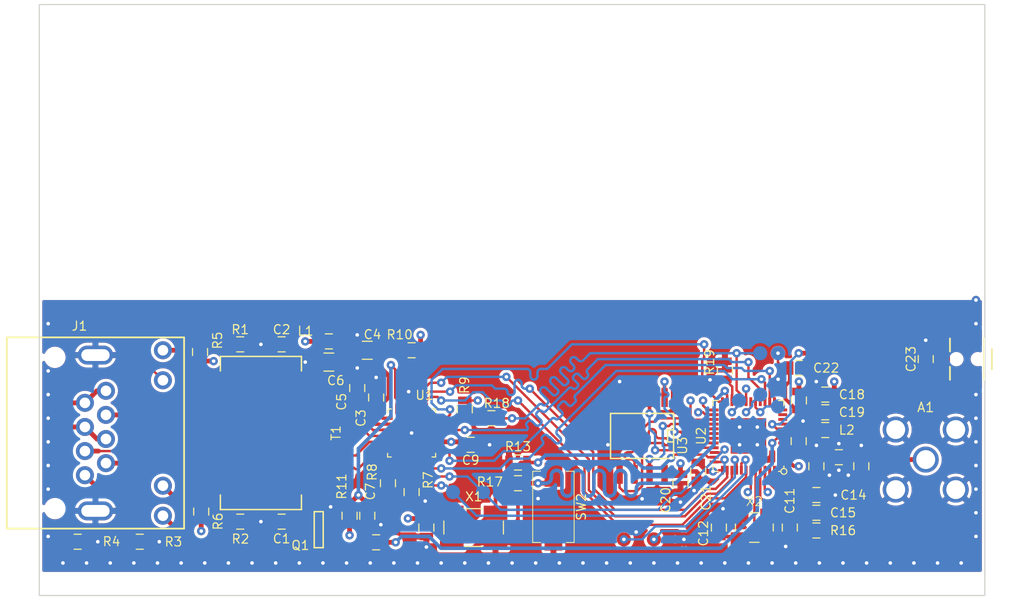
<source format=kicad_pcb>
(kicad_pcb (version 20211014) (generator pcbnew)
  (title_block (title "Cowmotics - Panasonic Aquarea gateway") (date "2022-01-10") (rev "1") (company "Agilack") (comment 1 "LIcence: CC-by-SA"))
  (layers (0 "F.Cu" signal) (1 "In1.Cu" signal) (2 "In2.Cu" signal) (31 "B.Cu" signal) (34 "B.Paste" user) (35 "F.Paste" user) (36 "B.SilkS" user "B.Silkscreen") (37 "F.SilkS" user "F.Silkscreen") (38 "B.Mask" user) (39 "F.Mask" user) (44 "Edge.Cuts" user))
  (net 0 "")
  (net 1 "Net-(J1-Pad1)")
  (net 2 "Net-(J1-Pad2)")
  (net 3 "Net-(J1-Pad3)")
  (net 4 "Net-(J1-Pad4)")
  (net 5 "Net-(J1-Pad6)")
  (net 6 "Net-(J1-Pad9)")
  (net 7 "Net-(J1-Pad10)")
  (net 8 "ETH_RST")
  (net 9 "ETH_LED")
  (net 10 "GND")
  (net 11 "Net-(T1-Pad1)")
  (net 12 "Net-(T1-Pad3)")
  (net 13 "Net-(T1-Pad6)")
  (net 14 "Net-(T1-Pad8)")
  (net 15 "Net-(R1-Pad1)")
  (net 16 "Net-(R2-Pad1)")
  (net 17 "Net-(C1-Pad1)")
  (net 19 "Net-(C2-Pad1)")
  (net 20 "Net-(C3-Pad1)")
  (net 21 "Net-(J1-Pad7)")
  (net 22 "Net-(J1-Pad12)")
  (net 23 "Net-(R8-Pad2)")
  (net 24 "Net-(R7-Pad1)")
  (net 25 "ETH_RXER")
  (net 27 "ETH_RXD1")
  (net 28 "ETH_RXD0")
  (net 29 "ETH_CRSDV")
  (net 30 "ETH_IRQ")
  (net 31 "ETH_TXEN")
  (net 32 "ETH_TXD0")
  (net 33 "ETH_TXD1")
  (net 34 "ETH_MDIO")
  (net 35 "ETH_MDC")
  (net 36 "+3.3V")
  (net 37 "Net-(C5-Pad1)")
  (net 38 "CLK_50M")
  (net 39 "Net-(Q1-Pad1)")
  (net 40 "RJ45_LED")
  (net 41 "Net-(C16-Pad1)")
  (net 42 "Net-(C13-Pad1)")
  (net 45 "Net-(C22-Pad1)")
  (net 50 "Net-(R18-Pad2)")
  (net 51 "Net-(TP8-Pad1)")
  (net 52 "Net-(TP10-Pad1)")
  (net 53 "BOOT2")
  (net 54 "BUTTON")
  (net 55 "U2_RXD")
  (net 56 "+VMEM")
  (net 57 "U2_TXD")
  (net 58 "FL_D2")
  (net 59 "FL_D3")
  (net 60 "FL_SCS")
  (net 61 "FL_SCK")
  (net 62 "FL_D0")
  (net 63 "FL_D1")
  (net 66 "Net-(C12-Pad1)")
  (net 67 "Net-(C11-Pad1)")
  (net 68 "Net-(C15-Pad1)")
  (net 69 "Net-(C14-Pad1)")
  (net 70 "Net-(A1-Pad1)")
  (net 73 "U0_RX")
  (net 74 "U0_TX")
  (net 75 "BOOT0")
  (net 76 "Net-(TP11-Pad1)")
  (net 77 "CLK50_EN")
  (footprint "cowmotics-aquarea:Q_3.2x2.5" (layer "F.Cu") (at 169 124.25)
    (fp_text reference "X2")
    (fp_text value "40MHz" hide)
  )
  (footprint "cowmotics-aquarea:SMD0603" (layer "F.Cu") (at 172.75 110.75)
    (fp_text reference "C22")
    (fp_text value "1uF" hide)
  )
  (footprint "cowmotics-aquarea:TP_SMD" (layer "F.Cu") (at 157.96 125.25)
    (fp_text reference "TP3" hide)
    (fp_text value "CONN_1" hide)
  )
  (footprint "cowmotics-aquarea:SMD0603" (layer "F.Cu") (at 129 108.75 180)
    (fp_text reference "C2")
    (fp_text value "100nF" hide)
  )
  (footprint "cowmotics-aquarea:SMD0603" (layer "F.Cu") (at 175 114.5 180)
    (fp_text reference "C19")
    (fp_text value "100nF" hide)
  )
  (footprint "cowmotics-aquarea:SMD0603" (layer "F.Cu") (at 134.75 123.25 90)
    (fp_text reference "R11")
    (fp_text value "10k" hide)
  )
  (footprint "cowmotics-aquarea:SMD0603" (layer "F.Cu") (at 141.25 124.25 -90)
    (fp_text reference "C8" hide)
    (fp_text value "100nF" hide)
  )
  (footprint "cowmotics-aquarea:SMD0603" (layer "F.Cu") (at 162.75 120.5 -90)
    (fp_text reference "C20")
    (fp_text value "100nF" hide)
  )
  (footprint "cowmotics-aquarea:SW_PTS840" (layer "F.Cu") (at 187 110 90)
    (fp_text reference "SW1" hide)
    (fp_text value "SW_PUSH" hide)
  )
  (footprint "cowmotics-aquarea:SMD0603" (layer "F.Cu") (at 176.15 118.3)
    (fp_text reference "L3" hide)
    (fp_text value "INDUCTOR" hide)
  )
  (footprint "cowmotics-aquarea:SMD0603" (layer "F.Cu") (at 117 125.45)
    (fp_text reference "R3")
    (fp_text value "75" hide)
  )
  (footprint "cowmotics-aquarea:SMD0603" (layer "F.Cu") (at 122.1 109.4 -90)
    (fp_text reference "R5")
    (fp_text value "330" hide)
  )
  (footprint "cowmotics-aquarea:SMD0603" (layer "F.Cu") (at 125.5 123.75)
    (fp_text reference "R2")
    (fp_text value "75" hide)
  )
  (footprint "cowmotics-aquarea:SMD0603" (layer "F.Cu") (at 166 124.25 90)
    (fp_text reference "C12")
    (fp_text value "10pF" hide)
  )
  (footprint "cowmotics-aquarea:SMD0603" (layer "F.Cu") (at 166.51 110.95 -90)
    (fp_text reference "R19")
    (fp_text value "10k" hide)
  )
  (footprint "cowmotics-aquarea:SW_434123043816" (layer "F.Cu") (at 152 122.5 -90)
    (fp_text reference "SW2")
    (fp_text value "SW_PUSH" hide)
  )
  (footprint "cowmotics-aquarea:SMD0603" (layer "F.Cu") (at 174.25 124.5)
    (fp_text reference "R16")
    (fp_text value "20k" hide)
  )
  (footprint "cowmotics-aquarea:QFN24" (layer "F.Cu") (at 140 116.25 -90)
    (fp_text reference "U1")
    (fp_text value "KSZ8091RN" hide)
  )
  (footprint "cowmotics-aquarea:SMD0603" (layer "F.Cu") (at 174.25 123)
    (fp_text reference "C15")
    (fp_text value "3,3nF" hide)
  )
  (footprint "cowmotics-aquarea:SMD0603" (layer "F.Cu") (at 133 108.5)
    (fp_text reference "L1")
    (fp_text value "FB100" hide)
  )
  (footprint "cowmotics-aquarea:TP_SMD" (layer "F.Cu") (at 163.04 125.25)
    (fp_text reference "TP7" hide)
    (fp_text value "CONN_1" hide)
  )
  (footprint "cowmotics-aquarea:SMD0603" (layer "F.Cu") (at 146.75 115)
    (fp_text reference "R18")
    (fp_text value "0" hide)
  )
  (footprint "cowmotics-aquarea:CONN_SMA_RA" (layer "F.Cu") (at 183.5 118.5)
    (fp_text reference "A1")
    (fp_text value "ANTENNA" hide)
  )
  (footprint "cowmotics-aquarea:SOT23-3" (layer "F.Cu") (at 132.14 124.43 -90)
    (fp_text reference "Q1")
    (fp_text value "BC846" hide)
  )
  (footprint "cowmotics-aquarea:SMD0603" (layer "F.Cu") (at 135.4 112.45 90)
    (fp_text reference "C5")
    (fp_text value "100nF" hide)
  )
  (footprint "cowmotics-aquarea:SOIC-8" (layer "F.Cu") (at 159.5 116.5 180)
    (fp_text reference "U3")
    (fp_text value "SST25VF016" hide)
  )
  (footprint "cowmotics-aquarea:SMD0603" (layer "F.Cu") (at 175 113 180)
    (fp_text reference "C18")
    (fp_text value "1uF" hide)
  )
  (footprint "cowmotics-aquarea:SMD0603" (layer "F.Cu") (at 137 113.25 90)
    (fp_text reference "C3")
    (fp_text value "100nF" hide)
  )
  (footprint "cowmotics-aquarea:SMD0603" (layer "F.Cu") (at 125.5 108.75)
    (fp_text reference "R1")
    (fp_text value "75" hide)
  )
  (footprint "cowmotics-aquarea:SMD0603" (layer "F.Cu") (at 138 120.5 90)
    (fp_text reference "R8")
    (fp_text value "49.9" hide)
  )
  (footprint "cowmotics-aquarea:SMD0603" (layer "F.Cu") (at 174.25 121.5)
    (fp_text reference "C14")
    (fp_text value "10nF" hide)
  )
  (footprint "cowmotics-aquarea:SMD0603" (layer "F.Cu") (at 140 121.25 -90)
    (fp_text reference "R7")
    (fp_text value "6,49k" hide)
  )
  (footprint "cowmotics-aquarea:SMD0603" (layer "F.Cu") (at 129 123.75 180)
    (fp_text reference "C1")
    (fp_text value "100nF" hide)
  )
  (footprint "cowmotics-aquarea:SMD0805" (layer "F.Cu") (at 133 110.25 180)
    (fp_text reference "C6")
    (fp_text value "22uF" hide)
  )
  (footprint "cowmotics-aquarea:SMD0603" (layer "F.Cu") (at 145 117.25)
    (fp_text reference "C9")
    (fp_text value "100nF" hide)
  )
  (footprint "cowmotics-aquarea:SMD0603" (layer "F.Cu") (at 172 124.25 -90)
    (fp_text reference "C11")
    (fp_text value "10pF" hide)
  )
  (footprint "cowmotics-aquarea:SMD0603" (layer "F.Cu") (at 144.5 114.25 -90)
    (fp_text reference "R9")
    (fp_text value "4,7k" hide)
  )
  (footprint "cowmotics-aquarea:SMD0603" (layer "F.Cu") (at 137 125.5 180)
    (fp_text reference "R12" hide)
    (fp_text value "10k" hide)
  )
  (footprint "cowmotics-aquarea:SMD0603" (layer "F.Cu") (at 183.5 110 90)
    (fp_text reference "C23")
    (fp_text value "1uF" hide)
  )
  (footprint "cowmotics-aquarea:QFN48-04" (layer "F.Cu") (at 168.5 116.5 180)
    (fp_text reference "U2")
    (fp_text value "ESP32" hide)
  )
  (footprint "cowmotics-aquarea:SMD0805" (layer "F.Cu") (at 136.25 109.25 180)
    (fp_text reference "C4")
    (fp_text value "22uF" hide)
  )
  (footprint "cowmotics-aquarea:SMD0603" (layer "F.Cu") (at 149 120.5)
    (fp_text reference "R17")
    (fp_text value "49.9" hide)
  )
  (footprint "cowmotics-aquarea:SMD0603" (layer "F.Cu") (at 149 118.75)
    (fp_text reference "R13")
    (fp_text value "10k" hide)
  )
  (footprint "cowmotics-aquarea:SMD0603" (layer "F.Cu") (at 172.75 116.94 90)
    (fp_text reference "C13" hide)
    (fp_text value "10nF" hide)
  )
  (footprint "cowmotics-aquarea:SMD0603" (layer "F.Cu") (at 111.75 125.45)
    (fp_text reference "R4")
    (fp_text value "75" hide)
  )
  (footprint "cowmotics-aquarea:SMD0603" (layer "F.Cu") (at 140 109.25 180)
    (fp_text reference "R10")
    (fp_text value "4,7k" hide)
  )
  (footprint "cowmotics-aquarea:SMD0603" (layer "F.Cu") (at 164.25 119.5 -90)
    (fp_text reference "C21")
    (fp_text value "100nF" hide)
  )
  (footprint "cowmotics-aquarea:Q_SMD5x3" (layer "F.Cu") (at 145.25 124.25)
    (fp_text reference "X1")
    (fp_text value "50MHz" hide)
  )
  (footprint "cowmotics-aquarea:TR_W749013011" (layer "F.Cu") (at 127.25 116.25 180)
    (fp_text reference "T1")
    (fp_text value "TRANSFORMER_1_1" hide)
  )
  (footprint "cowmotics-aquarea:SMD0603" (layer "F.Cu") (at 122.2 122.9 -90)
    (fp_text reference "R6")
    (fp_text value "330" hide)
  )
  (footprint "cowmotics-aquarea:SMD0603" (layer "F.Cu") (at 178.05 119.06 -90)
    (fp_text reference "C17" hide)
    (fp_text value "C" hide)
  )
  (footprint "cowmotics-aquarea:SMD0603" (layer "F.Cu") (at 175 116 180)
    (fp_text reference "L2")
    (fp_text value "FB100" hide)
  )
  (footprint "cowmotics-aquarea:SMD0603" (layer "F.Cu") (at 136.25 123.25 -90)
    (fp_text reference "C7")
    (fp_text value "1uF" hide)
  )
  (footprint "cowmotics-aquarea:TP_SMD" (layer "F.Cu") (at 160.5 125.25)
    (fp_text reference "TP4" hide)
    (fp_text value "CONN_1" hide)
  )
  (footprint "cowmotics-aquarea:CONN_615008185121" (layer "F.Cu") (at 113.25 116.25 -90)
    (fp_text reference "J1")
    (fp_text value "CONN_RJ45")
  )
  (footprint "cowmotics-aquarea:SMD0603" (layer "F.Cu") (at 174.25 119.06 -90)
    (fp_text reference "C16" hide)
    (fp_text value "C" hide)
  )
  (footprint "cowmotics-aquarea:SMD0603" (layer "F.Cu") (at 172.77 113.5 -90)
    (fp_text reference "R15" hide)
    (fp_text value "10k" hide)
  )
  (footprint "cowmotics-aquarea:TP_SMD" (layer "B.Cu") (at 167.7 113.5 180)
    (fp_text reference "TP8" hide)
    (fp_text value "CONN_1" hide)
  )
  (footprint "cowmotics-aquarea:TP_SMD" (layer "B.Cu") (at 169.5 109.5 180)
    (fp_text reference "TP9" hide)
    (fp_text value "CONN_1" hide)
  )
  (footprint "cowmotics-aquarea:TP_SMD" (layer "B.Cu") (at 146.04 121.25 180)
    (fp_text reference "TP5" hide)
    (fp_text value "CONN_1" hide)
  )
  (footprint "cowmotics-aquarea:TP_SMD" (layer "B.Cu") (at 171 109.5 180)
    (fp_text reference "TP12" hide)
    (fp_text value "CONN_1" hide)
  )
  (footprint "cowmotics-aquarea:TP_SMD" (layer "B.Cu") (at 169.5 113 180)
    (fp_text reference "TP10" hide)
    (fp_text value "CONN_1" hide)
  )
  (footprint "cowmotics-aquarea:TP_SMD" (layer "B.Cu") (at 171 114 180)
    (fp_text reference "TP11" hide)
    (fp_text value "CONN_1" hide)
  )
  (footprint "cowmotics-aquarea:TP_SMD" (layer "B.Cu") (at 143.5 121.25 180)
    (fp_text reference "TP6" hide)
    (fp_text value "CONN_1" hide)
  )
  (gr_line (start 188.5 130) (end 108.5 130) (layer "Edge.Cuts") (width 0.1))
  (gr_line (start 188.5 80) (end 188.5 130) (layer "Edge.Cuts") (width 0.1))
  (gr_line (start 108.5 130) (end 108.5 80) (layer "Edge.Cuts") (width 0.1))
  (gr_line (start 108.5 80) (end 188.5 80) (layer "Edge.Cuts") (width 0.1))
  (segment (start 118.08 119.23) (end 119.71 119.23) (width 0.4064) (layer "F.Cu") (net 1))
  (segment (start 117.5 119.81) (end 118.08 119.23) (width 0.4064) (layer "F.Cu") (net 1))
  (segment (start 116.1 119.81) (end 117.5 119.81) (width 0.4064) (layer "F.Cu") (net 1))
  (segment (start 112.36 119.82) (end 113.121999 120.581999) (width 0.4064) (layer "F.Cu") (net 1))
  (segment (start 119.71 119.23) (end 121.175 120.695) (width 0.4064) (layer "F.Cu") (net 1))
  (segment (start 121.175 120.695) (end 122.87104 120.695) (width 0.4064) (layer "F.Cu") (net 1))
  (segment (start 115.328001 120.581999) (end 116.1 119.81) (width 0.4064) (layer "F.Cu") (net 1))
  (segment (start 113.121999 120.581999) (end 115.328001 120.581999) (width 0.4064) (layer "F.Cu") (net 1))
  (segment (start 116.78 118.8) (end 117.425 118.155) (width 0.4064) (layer "F.Cu") (net 2))
  (segment (start 114.14 118.8) (end 116.78 118.8) (width 0.4064) (layer "F.Cu") (net 2))
  (segment (start 117.425 118.155) (end 122.87104 118.155) (width 0.4064) (layer "F.Cu") (net 2))
  (segment (start 117.3 116.37) (end 118.56 116.37) (width 0.4064) (layer "F.Cu") (net 3))
  (segment (start 115.89 117.78) (end 117.3 116.37) (width 0.4064) (layer "F.Cu") (net 3))
  (segment (start 118.56 116.37) (end 120.585 114.345) (width 0.4064) (layer "F.Cu") (net 3))
  (segment (start 120.585 114.345) (end 122.87104 114.345) (width 0.4064) (layer "F.Cu") (net 3))
  (segment (start 113.5 117.78) (end 114.8 117.78) (width 0.2032) (layer "F.Cu") (net 3))
  (segment (start 114.8 117.78) (end 115.89 117.78) (width 0.4064) (layer "F.Cu") (net 3))
  (segment (start 112.36 117.78) (end 113.5 117.78) (width 0.4064) (layer "F.Cu") (net 3))
  (segment (start 116.238 125.45) (end 116.238 122.858) (width 0.4064) (layer "F.Cu") (net 4))
  (segment (start 111.28237 115.74) (end 110.91 116.11237) (width 0.4064) (layer "F.Cu") (net 4))
  (segment (start 110.91 120.55) (end 111.76 121.4) (width 0.4064) (layer "F.Cu") (net 4))
  (segment (start 116.238 122.858) (end 114.78 121.4) (width 0.4064) (layer "F.Cu") (net 4))
  (segment (start 114.14 116.76) (end 113.38 116.76) (width 0.4064) (layer "F.Cu") (net 4))
  (segment (start 111.76 121.4) (end 114.78 121.4) (width 0.4064) (layer "F.Cu") (net 4))
  (segment (start 113.38 116.76) (end 112.36 115.74) (width 0.4064) (layer "F.Cu") (net 4))
  (segment (start 112.36 115.74) (end 111.28237 115.74) (width 0.4064) (layer "F.Cu") (net 4))
  (segment (start 110.91 116.11237) (end 110.91 120.55) (width 0.4064) (layer "F.Cu") (net 4))
  (segment (start 122.87104 111.805) (end 120.975 111.805) (width 0.4064) (layer "F.Cu") (net 5))
  (segment (start 114.14 114.72) (end 118.06 114.72) (width 0.4064) (layer "F.Cu") (net 5))
  (segment (start 120.975 111.805) (end 118.06 114.72) (width 0.4064) (layer "F.Cu") (net 5))
  (segment (start 131.12 124.43) (end 130.05 125.5) (width 0.4064) (layer "F.Cu") (net 6))
  (segment (start 131.124 124.43) (end 131.12 124.43) (width 0.4064) (layer "F.Cu") (net 6))
  (segment (start 121.21 125.5) (end 118.96 123.25) (width 0.4064) (layer "F.Cu") (net 6))
  (segment (start 130.05 125.5) (end 121.21 125.5) (width 0.4064) (layer "F.Cu") (net 6))
  (segment (start 120.388 122.138) (end 118.96 120.71) (width 0.4064) (layer "F.Cu") (net 7))
  (segment (start 122.2 122.138) (end 120.388 122.138) (width 0.4064) (layer "F.Cu") (net 7))
  (segment (start 138.75 113.4) (end 138.75 114.2) (width 0.2032) (layer "F.Cu") (net 8))
  (segment (start 138.61 113.26) (end 138.75 113.4) (width 0.2032) (layer "F.Cu") (net 8))
  (segment (start 136.25 122.488) (end 136.25 122.25) (width 0.4064) (layer "F.Cu") (net 8))
  (segment (start 134.75 122.488) (end 134.75 122.25) (width 0.4064) (layer "F.Cu") (net 8))
  (segment (start 134.75 122.25) (end 135.5 121.5) (width 0.4064) (layer "F.Cu") (net 8))
  (segment (start 136.25 122.25) (end 135.5 121.5) (width 0.4064) (layer "F.Cu") (net 8))
  (segment (start 134.75 122.488) (end 136.25 122.488) (width 0.4064) (layer "F.Cu") (net 8))
  (segment (start 138.25 110.5) (end 138.61 110.86) (width 0.2032) (layer "F.Cu") (net 8))
  (segment (start 138.61 110.86) (end 138.61 113.26) (width 0.2032) (layer "F.Cu") (net 8))
  (via (at 135.5 121.5) (size 0.7112) (drill 0.3048) (layers "F.Cu" "B.Cu") (net 8))
  (via (at 138.25 110.5) (size 0.7112) (drill 0.3048) (layers "F.Cu" "B.Cu") (net 8))
  (segment (start 138.25 114.82) (end 135.5 117.57) (width 0.3048) (layer "B.Cu") (net 8))
  (segment (start 135.5 117.57) (end 135.5 121.5) (width 0.3048) (layer "B.Cu") (net 8))
  (segment (start 138.25 110.5) (end 138.25 114.82) (width 0.3048) (layer "B.Cu") (net 8))
  (segment (start 139.093289 112.366711) (end 139.093289 113.073289) (width 0.2032) (layer "F.Cu") (net 9))
  (segment (start 139.093289 113.073289) (end 139.25 113.23) (width 0.2032) (layer "F.Cu") (net 9))
  (segment (start 118.56 107.25) (end 117.51 108.3) (width 0.2032) (layer "F.Cu") (net 9))
  (segment (start 138.05 107.25) (end 118.56 107.25) (width 0.2032) (layer "F.Cu") (net 9))
  (segment (start 139.238 109.25) (end 139.238 112.222) (width 0.2032) (layer "F.Cu") (net 9))
  (segment (start 117.51 110.34) (end 118.96 111.79) (width 0.2032) (layer "F.Cu") (net 9))
  (segment (start 139.238 109.25) (end 139.238 108.438) (width 0.2032) (layer "F.Cu") (net 9))
  (segment (start 139.238 108.438) (end 138.05 107.25) (width 0.2032) (layer "F.Cu") (net 9))
  (segment (start 117.51 108.3) (end 117.51 110.34) (width 0.2032) (layer "F.Cu") (net 9))
  (segment (start 139.238 112.222) (end 139.093289 112.366711) (width 0.2032) (layer "F.Cu") (net 9))
  (segment (start 139.25 113.23) (end 139.25 114.2) (width 0.2032) (layer "F.Cu") (net 9))
  (segment (start 177.45 117.15) (end 177.6 117.3) (width 0.4064) (layer "F.Cu") (net 10))
  (segment (start 180.5 127.25) (end 182.5 127.25) (width 0.4064) (layer "F.Cu") (net 10))
  (segment (start 136.5 127.25) (end 134.5 127.25) (width 0.4064) (layer "F.Cu") (net 10))
  (segment (start 174.88 117.3) (end 175.03 117.15) (width 0.4064) (layer "F.Cu") (net 10))
  (segment (start 152 125.2) (end 152 126.75) (width 0.4064) (layer "F.Cu") (net 10))
  (segment (start 177.6 117.3) (end 178.05 117.3) (width 0.4064) (layer "F.Cu") (net 10))
  (segment (start 176.952 119.822) (end 176.95 119.82) (width 0.4064) (layer "F.Cu") (net 10))
  (segment (start 171.65 125.85) (end 171.65 125.362) (width 0.4064) (layer "F.Cu") (net 10))
  (segment (start 160.058 121.262) (end 159.5 121.82) (width 0.4064) (layer "F.Cu") (net 10))
  (segment (start 166.35 123.138) (end 166 123.488) (width 0.4064) (layer "F.Cu") (net 10))
  (segment (start 174.25 117.3) (end 174.88 117.3) (width 0.4064) (layer "F.Cu") (net 10))
  (segment (start 147.1 127.25) (end 148.5 127.25) (width 0.4064) (layer "F.Cu") (net 10))
  (segment (start 146.6 117.25) (end 147.25 117.9) (width 0.4064) (layer "F.Cu") (net 10))
  (segment (start 137 112.488) (end 137 111.55) (width 0.4064) (layer "F.Cu") (net 10))
  (segment (start 156.61 112.35) (end 157.06 111.9) (width 0.4064) (layer "F.Cu") (net 10))
  (segment (start 114.5 127.25) (end 112.5 127.25) (width 0.4064) (layer "F.Cu") (net 10))
  (segment (start 187.75 108.0625) (end 187.6125 108.2) (width 0.4064) (layer "F.Cu") (net 10))
  (segment (start 147.1 125.5) (end 147.1 127.25) (width 0.4064) (layer "F.Cu") (net 10))
  (segment (start 165.25 110.64) (end 165.702 110.188) (width 0.4064) (layer "F.Cu") (net 10))
  (segment (start 162.75 121.262) (end 163.378 121.262) (width 0.4064) (layer "F.Cu") (net 10))
  (segment (start 162.75 121.262) (end 160.058 121.262) (width 0.4064) (layer "F.Cu") (net 10))
  (segment (start 145.762 117.25) (end 146.6 117.25) (width 0.4064) (layer "F.Cu") (net 10))
  (segment (start 152.5 127.25) (end 154.5 127.25) (width 0.4064) (layer "F.Cu") (net 10))
  (segment (start 133.156 123.541) (end 133.156 122.506) (width 0.4064) (layer "F.Cu") (net 10))
  (segment (start 176.15 117.15) (end 177.45 117.15) (width 0.4064) (layer "F.Cu") (net 10))
  (segment (start 124.5 127.25) (end 122.5 127.25) (width 0.4064) (layer "F.Cu") (net 10))
  (segment (start 163.9 121.12) (end 163.9 120.612) (width 0.4064) (layer "F.Cu") (net 10))
  (segment (start 135.4 109.1475) (end 135.4 107.95) (width 0.4064) (layer "F.Cu") (net 10))
  (segment (start 112.512 125.45) (end 113.45 125.45) (width 0.4064) (layer "F.Cu") (net 10))
  (segment (start 139.75 114.2) (end 139.75 116) (width 0.3048) (layer "F.Cu") (net 10))
  (segment (start 157.06 111.9) (end 157.6 111.9) (width 0.4064) (layer "F.Cu") (net 10))
  (segment (start 178.05 119.822) (end 176.952 119.822) (width 0.4064) (layer "F.Cu") (net 10))
  (segment (start 176.95 119.82) (end 176.57 119.82) (width 0.4064) (layer "F.Cu") (net 10))
  (segment (start 173.425389 114.934611) (end 173.803389 114.934611) (width 0.4064) (layer "F.Cu") (net 10))
  (segment (start 156.5 127.25) (end 158.5 127.25) (width 0.4064) (layer "F.Cu") (net 10))
  (segment (start 173.512 111.562) (end 173.85 111.9) (width 0.4064) (layer "F.Cu") (net 10))
  (segment (start 168.5 127.25) (end 170.5 127.25) (width 0.4064) (layer "F.Cu") (net 10))
  (segment (start 109.25 121) (end 109.25 119) (width 0.4064) (layer "F.Cu") (net 10))
  (segment (start 183.5 109.238) (end 183.5 108.4) (width 0.4064) (layer "F.Cu") (net 10))
  (segment (start 135.4 111.688) (end 135.4 110.75) (width 0.4064) (layer "F.Cu") (net 10))
  (segment (start 128.238 123.75) (end 127.25 123.75) (width 0.4064) (layer "F.Cu") (net 10))
  (segment (start 170.85 125.85) (end 170.25 125.25) (width 0.4064) (layer "F.Cu") (net 10))
  (segment (start 159.5 121.82) (end 157.7 121.82) (width 0.4064) (layer "F.Cu") (net 10))
  (segment (start 167.75 123.25) (end 167.6 123.25) (width 0.4064) (layer "F.Cu") (net 10))
  (segment (start 157.595 111.905) (end 157.6 111.9) (width 0.4064) (layer "F.Cu") (net 10))
  (segment (start 141.25 125.012) (end 141.25 125.9) (width 0.4064) (layer "F.Cu") (net 10))
  (segment (start 187.21 122.46) (end 187.21 122.21) (width 0.4064) (layer "F.Cu") (net 10))
  (segment (start 147.25 117.9) (end 147.25 118.32) (width 0.4064) (layer "F.Cu") (net 10))
  (segment (start 175.03 117.15) (end 176.15 117.15) (width 0.4064) (layer "F.Cu") (net 10))
  (segment (start 165.25 111.75) (end 165.25 110.64) (width 0.4064) (layer "F.Cu") (net 10))
  (segment (start 128.5 127.25) (end 126.5 127.25) (width 0.4064) (layer "F.Cu") (net 10))
  (segment (start 132.0475 110.25) (end 131 110.25) (width 0.4064) (layer "F.Cu") (net 10))
  (segment (start 167.01 122.66) (end 166.35 122.66) (width 0.4064) (layer "F.Cu") (net 10))
  (segment (start 162.75 121.262) (end 162.75 122.1) (width 0.4064) (layer "F.Cu") (net 10))
  (segment (start 139.75 113.13) (end 139.75 113.54) (width 0.3048) (layer "F.Cu") (net 10))
  (segment (start 163.52 121.12) (end 163.9 121.12) (width 0.4064) (layer "F.Cu") (net 10))
  (segment (start 174.238 114.5) (end 174.238 113) (width 0.4064) (layer "F.Cu") (net 10))
  (segment (start 133.156 122.506) (end 133.15 122.5) (width 0.4064) (layer "F.Cu") (net 10))
  (segment (start 120.5 127.25) (end 118.5 127.25) (width 0.4064) (layer "F.Cu") (net 10))
  (segment (start 139.75 112.75) (end 139.75 113.13) (width 0.4064) (layer "F.Cu") (net 10))
  (segment (start 139.75 113.54) (end 139.75 114.2) (width 0.2032) (layer "F.Cu") (net 10))
  (segment (start 109.25 117) (end 109.25 115) (width 0.4064) (layer "F.Cu") (net 10))
  (segment (start 126.262 123.75) (end 127.25 123.75) (width 0.4064) (layer "F.Cu") (net 10))
  (segment (start 167.6 123.25) (end 167.01 122.66) (width 0.4064) (layer "F.Cu") (net 10))
  (segment (start 173.12 115.86) (end 173.12 115.24) (width 0.4064) (layer "F.Cu") (net 10))
  (segment (start 187.75 121) (end 187.75 119) (width 0.4064) (layer "F.Cu") (net 10))
  (segment (start 144.5 127.25) (end 142.5 127.25) (width 0.4064) (layer "F.Cu") (net 10))
  (segment (start 157.595 113.25) (end 157.595 111.905) (width 0.4064) (layer "F.Cu") (net 10))
  (segment (start 156.61 120.73) (end 156.61 117.25) (width 0.4064) (layer "F.Cu") (net 10))
  (segment (start 175.012 121.5) (end 175.85 121.5) (width 0.4064) (layer "F.Cu") (net 10))
  (segment (start 187.21 122.21) (end 186.04 121.04) (width 0.4064) (layer "F.Cu") (net 10))
  (segment (start 148.5 127.25) (end 150.5 127.25) (width 0.4064) (layer "F.Cu") (net 10))
  (segment (start 172.802 116.178) (end 173.12 115.86) (width 0.4064) (layer "F.Cu") (net 10))
  (segment (start 165.702 110.188) (end 166.51 110.188) (width 0.4064) (layer "F.Cu") (net 10))
  (segment (start 136.25 124.012) (end 137.398 124.012) (width 0.4064) (layer "F.Cu") (net 10))
  (segment (start 173.803389 114.934611) (end 174.238 114.5) (width 0.4064) (layer "F.Cu") (net 10))
  (segment (start 175.348 119.822) (end 175.35 119.82) (width 0.4064) (layer "F.Cu") (net 10))
  (segment (start 135.2975 109.25) (end 135.4 109.1475) (width 0.4064) (layer "F.Cu") (net 10))
  (segment (start 187.75 107) (end 187.75 108.0625) (width 0.4064) (layer "F.Cu") (net 10))
  (segment (start 187.75 111.9375) (end 187.6125 111.8) (width 0.4064) (layer "F.Cu") (net 10))
  (segment (start 140 122.012) (end 141.148 122.012) (width 0.4064) (layer "F.Cu") (net 10))
  (segment (start 117.762 125.45) (end 118.65 125.45) (width 0.4064) (layer "F.Cu") (net 10))
  (segment (start 109.25 113) (end 109.25 111) (width 0.4064) (layer "F.Cu") (net 10))
  (segment (start 187.75 113) (end 187.75 111.9375) (width 0.4064) (layer "F.Cu") (net 10))
  (segment (start 174.24 111.9) (end 174.238 111.902) (width 0.4064) (layer "F.Cu") (net 10))
  (segment (start 176.5 127.25) (end 178.5 127.25) (width 0.4064) (layer "F.Cu") (net 10))
  (segment (start 156.61 117.25) (end 156.61 112.35) (width 0.4064) (layer "F.Cu") (net 10))
  (segment (start 137.398 124.012) (end 137.4 124.01) (width 0.4064) (layer "F.Cu") (net 10))
  (segment (start 172.75 116.178) (end 172.802 116.178) (width 0.4064) (layer "F.Cu") (net 10))
  (segment (start 127.25 108.75) (end 128.238 108.75) (width 0.4064) (layer "F.Cu") (net 10))
  (segment (start 187.75 117) (end 187.75 115) (width 0.4064) (layer "F.Cu") (net 10))
  (segment (start 172.5 127.25) (end 174.5 127.25) (width 0.4064) (layer "F.Cu") (net 10))
  (segment (start 173.85 111.9) (end 174.24 111.9) (width 0.4064) (layer "F.Cu") (net 10))
  (segment (start 127.25 108.75) (end 126.262 108.75) (width 0.4064) (layer "F.Cu") (net 10))
  (segment (start 147.68 118.75) (end 148.238 118.75) (width 0.4064) (layer "F.Cu") (net 10))
  (segment (start 140.5 127.25) (end 138.5 127.25) (width 0.4064) (layer "F.Cu") (net 10))
  (segment (start 184.5 127.25) (end 186.5 127.25) (width 0.4064) (layer "F.Cu") (net 10))
  (segment (start 176.57 119.82) (end 176.15 119.4) (width 0.4064) (layer "F.Cu") (net 10))
  (segment (start 147.25 118.32) (end 147.68 118.75) (width 0.4064) (layer "F.Cu") (net 10))
  (segment (start 173.512 110.75) (end 173.512 111.562) (width 0.4064) (layer "F.Cu") (net 10))
  (segment (start 160.5 127.25) (end 162.5 127.25) (width 0.4064) (layer "F.Cu") (net 10))
  (segment (start 164.5 127.25) (end 166.5 127.25) (width 0.4064) (layer "F.Cu") (net 10))
  (segment (start 152 126.75) (end 152.5 127.25) (width 0.4064) (layer "F.Cu") (net 10))
  (segment (start 139.75 116) (end 140 116.25) (width 0.3048) (layer "F.Cu") (net 10))
  (segment (start 174.238 111.902) (end 174.238 113) (width 0.4064) (layer "F.Cu") (net 10))
  (segment (start 166.35 123.138) (end 166.35 122.66) (width 0.4064) (layer "F.Cu") (net 10))
  (segment (start 175.35 119.82) (end 175.73 119.82) (width 0.4064) (layer "F.Cu") (net 10))
  (segment (start 163.9 120.612) (end 164.25 120.262) (width 0.4064) (layer "F.Cu") (net 10))
  (segment (start 132.5 127.25) (end 130.5 127.25) (width 0.4064) (layer "F.Cu") (net 10))
  (segment (start 147.1 127.25) (end 146.5 127.25) (width 0.4064) (layer "F.Cu") (net 10))
  (segment (start 171.65 125.85) (end 170.85 125.85) (width 0.4064) (layer "F.Cu") (net 10))
  (segment (start 163.378 121.262) (end 163.52 121.12) (width 0.4064) (layer "F.Cu") (net 10))
  (segment (start 174.25 119.822) (end 175.348 119.822) (width 0.4064) (layer "F.Cu") (net 10))
  (segment (start 175.73 119.82) (end 176.15 119.4) (width 0.4064) (layer "F.Cu") (net 10))
  (segment (start 171.65 125.362) (end 172 125.012) (width 0.4064) (layer "F.Cu") (net 10))
  (segment (start 173.12 115.24) (end 173.425389 114.934611) (width 0.4064) (layer "F.Cu") (net 10))
  (segment (start 141.148 122.012) (end 141.15 122.01) (width 0.2032) (layer "F.Cu") (net 10))
  (segment (start 157.7 121.82) (end 156.61 120.73) (width 0.4064) (layer "F.Cu") (net 10))
  (segment (start 187.75 123) (end 187.21 122.46) (width 0.4064) (layer "F.Cu") (net 10))
  (via (at 174.24 111.9) (size 0.7112) (drill 0.3048) (layers "F.Cu" "B.Cu") (net 10))
  (via (at 124.5 127.25) (size 0.7112) (drill 0.3048) (layers "F.Cu" "B.Cu") (net 10))
  (via (at 133.15 122.5) (size 0.7112) (drill 0.3048) (layers "F.Cu" "B.Cu") (net 10))
  (via (at 169.25 115.75) (size 0.7112) (drill 0.3048) (layers "F.Cu" "B.Cu") (net 10))
  (via (at 114.5 127.25) (size 0.7112) (drill 0.3048) (layers "F.Cu" "B.Cu") (net 10))
  (via (at 141.15 122.01) (size 0.7112) (drill 0.3048) (layers "F.Cu" "B.Cu") (net 10))
  (via (at 128.5 127.25) (size 0.7112) (drill 0.3048) (layers "F.Cu" "B.Cu") (net 10))
  (via (at 136.5 127.25) (size 0.7112) (drill 0.3048) (layers "F.Cu" "B.Cu") (net 10))
  (via (at 140 116.25) (size 0.7112) (drill 0.3048) (layers "F.Cu" "B.Cu") (net 10))
  (via (at 154.5 127.25) (size 0.7112) (drill 0.3048) (layers "F.Cu" "B.Cu") (net 10))
  (via (at 187.75 125) (size 0.7112) (drill 0.3048) (layers "F.Cu" "B.Cu") (net 10))
  (via (at 141.25 125.9) (size 0.7112) (drill 0.3048) (layers "F.Cu" "B.Cu") (net 10))
  (via (at 120.5 127.25) (size 0.7112) (drill 0.3048) (layers "F.Cu" "B.Cu") (net 10))
  (via (at 175.85 121.5) (size 0.7112) (drill 0.3048) (layers "F.Cu" "B.Cu") (net 10))
  (via (at 159.5 121.82) (size 0.7112) (drill 0.3048) (layers "F.Cu" "B.Cu") (net 10))
  (via (at 187.75 123) (size 0.7112) (drill 0.3048) (layers "F.Cu" "B.Cu") (net 10))
  (via (at 165.25 111.75) (size 0.7112) (drill 0.3048) (layers "F.Cu" "B.Cu") (net 10))
  (via (at 135.4 107.95) (size 0.7112) (drill 0.3048) (layers "F.Cu" "B.Cu") (net 10))
  (via (at 135.4 110.75) (size 0.7112) (drill 0.3048) (layers "F.Cu" "B.Cu") (net 10))
  (via (at 118.5 127.25) (size 0.7112) (drill 0.3048) (layers "F.Cu" "B.Cu") (net 10))
  (via (at 131 110.25) (size 0.7112) (drill 0.3048) (layers "F.Cu" "B.Cu") (net 10))
  (via (at 156.5 127.25) (size 0.7112) (drill 0.3048) (layers "F.Cu" "B.Cu") (net 10))
  (via (at 127.25 108.75) (size 0.7112) (drill 0.3048) (layers "F.Cu" "B.Cu") (net 10))
  (via (at 187.75 107) (size 0.7112) (drill 0.3048) (layers "F.Cu" "B.Cu") (net 10))
  (via (at 109.25 111) (size 0.7112) (drill 0.3048) (layers "F.Cu" "B.Cu") (net 10))
  (via (at 134.5 127.25) (size 0.7112) (drill 0.3048) (layers "F.Cu" "B.Cu") (net 10))
  (via (at 137 111.55) (size 0.7112) (drill 0.3048) (layers "F.Cu" "B.Cu") (net 10))
  (via (at 118.65 125.45) (size 0.7112) (drill 0.3048) (layers "F.Cu" "B.Cu") (net 10))
  (via (at 167.75 115.75) (size 0.7112) (drill 0.3048) (layers "F.Cu" "B.Cu") (net 10))
  (via (at 112.5 127.25) (size 0.7112) (drill 0.3048) (layers "F.Cu" "B.Cu") (net 10))
  (via (at 176.5 127.25) (size 0.7112) (drill 0.3048) (layers "F.Cu" "B.Cu") (net 10))
  (via (at 187.75 105) (size 0.7112) (drill 0.3048) (layers "F.Cu" "B.Cu") (net 10))
  (via (at 150.7 121.8) (size 0.7112) (drill 0.3048) (layers "F.Cu" "B.Cu") (net 10))
  (via (at 176.95 119.82) (size 0.7112) (drill 0.3048) (layers "F.Cu" "B.Cu") (net 10))
  (via (at 178.5 127.25) (size 0.7112) (drill 0.3048) (layers "F.Cu" "B.Cu") (net 10))
  (via (at 171.01 111.7) (size 0.7112) (drill 0.3048) (layers "F.Cu" "B.Cu") (net 10))
  (via (at 172.5 127.25) (size 0.7112) (drill 0.3048) (layers "F.Cu" "B.Cu") (net 10))
  (via (at 109.25 117) (size 0.7112) (drill 0.3048) (layers "F.Cu" "B.Cu") (net 10))
  (via (at 187.75 117) (size 0.7112) (drill 0.3048) (layers "F.Cu" "B.Cu") (net 10))
  (via (at 146.6 117.25) (size 0.7112) (drill 0.3048) (layers "F.Cu" "B.Cu") (net 10))
  (via (at 178.05 117.3) (size 0.7112) (drill 0.3048) (layers "F.Cu" "B.Cu") (net 10))
  (via (at 176.15 119.4) (size 0.7112) (drill 0.3048) (layers "F.Cu" "B.Cu") (net 10))
  (via (at 109.25 121) (size 0.7112) (drill 0.3048) (layers "F.Cu" "B.Cu") (net 10))
  (via (at 157.6 111.9) (size 0.7112) (drill 0.3048) (layers "F.Cu" "B.Cu") (net 10))
  (via (at 166.5 127.25) (size 0.7112) (drill 0.3048) (layers "F.Cu" "B.Cu") (net 10))
  (via (at 170.5 127.25) (size 0.7112) (drill 0.3048) (layers "F.Cu" "B.Cu") (net 10))
  (via (at 164.5 127.25) (size 0.7112) (drill 0.3048) (layers "F.Cu" "B.Cu") (net 10))
  (via (at 175.35 119.82) (size 0.7112) (drill 0.3048) (layers "F.Cu" "B.Cu") (net 10))
  (via (at 169.25 117.25) (size 0.7112) (drill 0.3048) (layers "F.Cu" "B.Cu") (net 10))
  (via (at 182.5 127.25) (size 0.7112) (drill 0.3048) (layers "F.Cu" "B.Cu") (net 10))
  (via (at 174.25 117.3) (size 0.7112) (drill 0.3048) (layers "F.Cu" "B.Cu") (net 10))
  (via (at 187.75 121) (size 0.7112) (drill 0.3048) (layers "F.Cu" "B.Cu") (net 10))
  (via (at 140.5 127.25) (size 0.7112) (drill 0.3048) (layers "F.Cu" "B.Cu") (net 10))
  (via (at 130.5 127.25) (size 0.7112) (drill 0.3048) (layers "F.Cu" "B.Cu") (net 10))
  (via (at 109.25 115) (size 0.7112) (drill 0.3048) (layers "F.Cu" "B.Cu") (net 10))
  (via (at 168.5 127.25) (size 0.7112) (drill 0.3048) (layers "F.Cu" "B.Cu") (net 10))
  (via (at 109.25 113) (size 0.7112) (drill 0.3048) (layers "F.Cu" "B.Cu") (net 10))
  (via (at 187.75 119) (size 0.7112) (drill 0.3048) (layers "F.Cu" "B.Cu") (net 10))
  (via (at 113.45 125.45) (size 0.7112) (drill 0.3048) (layers "F.Cu" "B.Cu") (net 10))
  (via (at 109.25 119) (size 0.7112) (drill 0.3048) (layers "F.Cu" "B.Cu") (net 10))
  (via (at 163.9 121.12) (size 0.7112) (drill 0.3048) (layers "F.Cu" "B.Cu") (net 10))
  (via (at 166.35 122.66) (size 0.7112) (drill 0.3048) (layers "F.Cu" "B.Cu") (net 10))
  (via (at 139.75 112.75) (size 0.7112) (drill 0.3048) (layers "F.Cu" "B.Cu") (net 10))
  (via (at 144.5 127.25) (size 0.7112) (drill 0.3048) (layers "F.Cu" "B.Cu") (net 10))
  (via (at 180.5 127.25) (size 0.7112) (drill 0.3048) (layers "F.Cu" "B.Cu") (net 10))
  (via (at 162.5 127.25) (size 0.7112) (drill 0.3048) (layers "F.Cu" "B.Cu") (net 10))
  (via (at 126.5 127.25) (size 0.7112) (drill 0.3048) (layers "F.Cu" "B.Cu") (net 10))
  (via (at 163.04 125.25) (size 0.7112) (drill 0.3048) (layers "F.Cu" "B.Cu") (net 10))
  (via (at 142.5 127.25) (size 0.7112) (drill 0.3048) (layers "F.Cu" "B.Cu") (net 10))
  (via (at 116.5 127.25) (size 0.7112) (drill 0.3048) (layers "F.Cu" "B.Cu") (net 10))
  (via (at 176.15 117.15) (size 0.7112) (drill 0.3048) (layers "F.Cu" "B.Cu") (net 10))
  (via (at 186.5 127.25) (size 0.7112) (drill 0.3048) (layers "F.Cu" "B.Cu") (net 10))
  (via (at 184.5 127.25) (size 0.7112) (drill 0.3048) (layers "F.Cu" "B.Cu") (net 10))
  (via (at 156.61 117.25) (size 0.7112) (drill 0.3048) (layers "F.Cu" "B.Cu") (net 10))
  (via (at 146.5 127.25) (size 0.7112) (drill 0.3048) (layers "F.Cu" "B.Cu") (net 10))
  (via (at 132.5 127.25) (size 0.7112) (drill 0.3048) (layers "F.Cu" "B.Cu") (net 10))
  (via (at 171.65 125.85) (size 0.7112) (drill 0.3048) (layers "F.Cu" "B.Cu") (net 10))
  (via (at 187.75 115) (size 0.7112) (drill 0.3048) (layers "F.Cu" "B.Cu") (net 10))
  (via (at 138.5 127.25) (size 0.7112) (drill 0.3048) (layers "F.Cu" "B.Cu") (net 10))
  (via (at 167.75 117.25) (size 0.7112) (drill 0.3048) (layers "F.Cu" "B.Cu") (net 10))
  (via (at 122.5 127.25) (size 0.7112) (drill 0.3048) (layers "F.Cu" "B.Cu") (net 10))
  (via (at 159 124.63) (size 0.7112) (drill 0.3048) (layers "F.Cu" "B.Cu") (net 10))
  (via (at 158.5 127.25) (size 0.7112) (drill 0.3048) (layers "F.Cu" "B.Cu") (net 10))
  (via (at 183.5 108.4) (size 0.7112) (drill 0.3048) (layers "F.Cu" "B.Cu") (net 10))
  (via (at 187.75 113) (size 0.7112) (drill 0.3048) (layers "F.Cu" "B.Cu") (net 10))
  (via (at 109.25 107) (size 0.7112) (drill 0.3048) (layers "F.Cu" "B.Cu") (net 10))
  (via (at 162.75 122.1) (size 0.7112) (drill 0.3048) (layers "F.Cu" "B.Cu") (net 10))
  (via (at 137.4 124.01) (size 0.7112) (drill 0.3048) (layers "F.Cu" "B.Cu") (net 10))
  (via (at 127.25 123.75) (size 0.7112) (drill 0.3048) (layers "F.Cu" "B.Cu") (net 10))
  (via (at 152.5 127.25) (size 0.7112) (drill 0.3048) (layers "F.Cu" "B.Cu") (net 10))
  (via (at 174.5 127.25) (size 0.7112) (drill 0.3048) (layers "F.Cu" "B.Cu") (net 10))
  (via (at 109.25 125) (size 0.7112) (drill 0.3048) (layers "F.Cu" "B.Cu") (net 10))
  (via (at 150.5 127.25) (size 0.7112) (drill 0.3048) (layers "F.Cu" "B.Cu") (net 10))
  (via (at 173.12 115.24) (size 0.7112) (drill 0.3048) (layers "F.Cu" "B.Cu") (net 10))
  (via (at 148.5 127.25) (size 0.7112) (drill 0.3048) (layers "F.Cu" "B.Cu") (net 10))
  (via (at 160.5 127.25) (size 0.7112) (drill 0.3048) (layers "F.Cu" "B.Cu") (net 10))
  (via (at 110.5 127.25) (size 0.7112) (drill 0.3048) (layers "F.Cu" "B.Cu") (net 10))
  (segment (start 182.5 127.25) (end 184.5 127.25) (width 0.4064) (layer "B.Cu") (net 10))
  (segment (start 110.975 123.275) (end 110.975 122.075) (width 0.4064) (layer "B.Cu") (net 10))
  (segment (start 158.5 127.25) (end 160.5 127.25) (width 0.4064) (layer "B.Cu") (net 10))
  (segment (start 187.75 115) (end 187.75 113) (width 0.4064) (layer "B.Cu") (net 10))
  (segment (start 110.975 122.075) (end 109.9 121) (width 0.4064) (layer "B.Cu") (net 10))
  (segment (start 134.5 127.25) (end 132.5 127.25) (width 0.4064) (layer "B.Cu") (net 10))
  (segment (start 187.75 107) (end 187.75 105) (width 0.4064) (layer "B.Cu") (net 10))
  (segment (start 187.75 125) (end 187.75 123) (width 0.4064) (layer "B.Cu") (net 10))
  (segment (start 130.5 127.25) (end 128.5 127.25) (width 0.4064) (layer "B.Cu") (net 10))
  (segment (start 178.5 127.25) (end 180.5 127.25) (width 0.4064) (layer "B.Cu") (net 10))
  (segment (start 174.5 127.25) (end 176.5 127.25) (width 0.4064) (layer "B.Cu") (net 10))
  (segment (start 109.25 115) (end 109.25 113) (width 0.4064) (layer "B.Cu") (net 10))
  (segment (start 109.25 125) (end 110.975 123.275) (width 0.4064) (layer "B.Cu") (net 10))
  (segment (start 162.5 127.25) (end 164.5 127.25) (width 0.4064) (layer "B.Cu") (net 10))
  (segment (start 118.5 127.25) (end 116.5 127.25) (width 0.4064) (layer "B.Cu") (net 10))
  (segment (start 138.5 127.25) (end 136.5 127.25) (width 0.4064) (layer "B.Cu") (net 10))
  (segment (start 109.9 121) (end 109.25 121) (width 0.4064) (layer "B.Cu") (net 10))
  (segment (start 154.5 127.25) (end 156.5 127.25) (width 0.4064) (layer "B.Cu") (net 10))
  (segment (start 122.5 127.25) (end 120.5 127.25) (width 0.4064) (layer "B.Cu") (net 10))
  (segment (start 126.5 127.25) (end 124.5 127.25) (width 0.4064) (layer "B.Cu") (net 10))
  (segment (start 166.5 127.25) (end 168.5 127.25) (width 0.4064) (layer "B.Cu") (net 10))
  (segment (start 111.05 108.8) (end 109.25 107) (width 0.4064) (layer "B.Cu") (net 10))
  (segment (start 110.45 111) (end 111.05 110.4) (width 0.4064) (layer "B.Cu") (net 10))
  (segment (start 150.5 127.25) (end 152.5 127.25) (width 0.4064) (layer "B.Cu") (net 10))
  (segment (start 187.75 119) (end 187.75 117) (width 0.4064) (layer "B.Cu") (net 10))
  (segment (start 111.05 110.4) (end 111.05 108.8) (width 0.4064) (layer "B.Cu") (net 10))
  (segment (start 116.5 127.25) (end 114.5 127.25) (width 0.4064) (layer "B.Cu") (net 10))
  (segment (start 187.75 123) (end 187.75 121) (width 0.4064) (layer "B.Cu") (net 10))
  (segment (start 109.25 111) (end 110.45 111) (width 0.4064) (layer "B.Cu") (net 10))
  (segment (start 142.5 127.25) (end 140.5 127.25) (width 0.4064) (layer "B.Cu") (net 10))
  (segment (start 170.5 127.25) (end 172.5 127.25) (width 0.4064) (layer "B.Cu") (net 10))
  (segment (start 109.25 119) (end 109.25 117) (width 0.4064) (layer "B.Cu") (net 10))
  (segment (start 112.5 127.25) (end 110.5 127.25) (width 0.4064) (layer "B.Cu") (net 10))
  (segment (start 146.5 127.25) (end 144.5 127.25) (width 0.4064) (layer "B.Cu") (net 10))
  (segment (start 134.065 120.695) (end 131.62896 120.695) (width 0.2032) (layer "F.Cu") (net 11))
  (segment (start 135.166446 119.24) (end 135.154159 119.227713) (width 0.2032) (layer "F.Cu") (net 11))
  (segment (start 134.800605 119.581266) (end 134.812891 119.593552) (width 0.2032) (layer "F.Cu") (net 11))
  (segment (start 134.812893 119.947106) (end 134.065 120.695) (width 0.2032) (layer "F.Cu") (net 11))
  (segment (start 134.812891 119.947106) (end 134.812893 119.947106) (width 0.2032) (layer "F.Cu") (net 11))
  (segment (start 137.26 117.5) (end 135.52 119.24) (width 0.2032) (layer "F.Cu") (net 11))
  (segment (start 134.800605 119.581265) (end 134.800605 119.581266) (width 0.2032) (layer "F.Cu") (net 11))
  (segment (start 137.95 117.5) (end 137.26 117.5) (width 0.2032) (layer "F.Cu") (net 11))
  (arc (start 134.800605 119.227713) (mid 134.727382 119.404489) (end 134.800605 119.581265) (width 0.2032) (layer "F.Cu") (net 11))
  (arc (start 134.812891 119.593552) (mid 134.886114 119.770329) (end 134.812891 119.947106) (width 0.2032) (layer "F.Cu") (net 11))
  (arc (start 135.154159 119.227713) (mid 134.977382 119.15449) (end 134.800605 119.227713) (width 0.2032) (layer "F.Cu") (net 11))
  (arc (start 135.52 119.24) (mid 135.343223 119.313223) (end 135.166446 119.24) (width 0.2032) (layer "F.Cu") (net 11))
  (segment (start 136.44 117) (end 135.285 118.155) (width 0.2032) (layer "F.Cu") (net 12))
  (segment (start 133.495 118.155) (end 133.445 118.155) (width 0.2032) (layer "F.Cu") (net 12))
  (segment (start 137.95 117) (end 136.44 117) (width 0.2032) (layer "F.Cu") (net 12))
  (segment (start 135.285 118.155) (end 134.695 118.155) (width 0.2032) (layer "F.Cu") (net 12))
  (segment (start 133.445 118.155) (end 131.62896 118.155) (width 0.2032) (layer "F.Cu") (net 12))
  (segment (start 133.795 117.472204) (end 133.795 117.855) (width 0.2032) (layer "F.Cu") (net 12))
  (segment (start 134.395 117.855) (end 134.395 117.472204) (width 0.2032) (layer "F.Cu") (net 12))
  (arc (start 134.395 117.472204) (mid 134.307132 117.260072) (end 134.095 117.172204) (width 0.2032) (layer "F.Cu") (net 12))
  (arc (start 133.795 117.855) (mid 133.707132 118.067132) (end 133.495 118.155) (width 0.2032) (layer "F.Cu") (net 12))
  (arc (start 134.695 118.155) (mid 134.482868 118.067132) (end 134.395 117.855) (width 0.2032) (layer "F.Cu") (net 12))
  (arc (start 134.095 117.172204) (mid 133.882868 117.260072) (end 133.795 117.472204) (width 0.2032) (layer "F.Cu") (net 12))
  (segment (start 134.285 114.345) (end 131.62896 114.345) (width 0.2032) (layer "F.Cu") (net 13))
  (segment (start 134.811471 114.871471) (end 134.285 114.345) (width 0.2032) (layer "F.Cu") (net 13))
  (segment (start 135.235734 115.719999) (end 135.111505 115.844229) (width 0.2032) (layer "F.Cu") (net 13))
  (segment (start 134.68724 115.419964) (end 134.68724 115.419963) (width 0.2032) (layer "F.Cu") (net 13))
  (segment (start 135.235735 115.719999) (end 135.235734 115.719999) (width 0.2032) (layer "F.Cu") (net 13))
  (segment (start 134.68724 115.419963) (end 134.81147 115.295734) (width 0.2032) (layer "F.Cu") (net 13))
  (segment (start 136.44 116.5) (end 135.66 115.72) (width 0.2032) (layer "F.Cu") (net 13))
  (segment (start 134.81147 114.87147) (end 134.811471 114.871471) (width 0.2032) (layer "F.Cu") (net 13))
  (segment (start 137.95 116.5) (end 136.44 116.5) (width 0.2032) (layer "F.Cu") (net 13))
  (arc (start 135.66 115.72) (mid 135.447867 115.63213) (end 135.235735 115.719999) (width 0.2032) (layer "F.Cu") (net 13))
  (arc (start 135.111505 115.844229) (mid 134.899373 115.932097) (end 134.687241 115.844229) (width 0.2032) (layer "F.Cu") (net 13))
  (arc (start 134.687241 115.844229) (mid 134.599371 115.632096) (end 134.68724 115.419964) (width 0.2032) (layer "F.Cu") (net 13))
  (arc (start 134.81147 115.295734) (mid 134.899338 115.083602) (end 134.81147 114.87147) (width 0.2032) (layer "F.Cu") (net 13))
  (segment (start 137.95 116) (end 136.73 116) (width 0.2032) (layer "F.Cu") (net 14))
  (segment (start 133.87 112.85) (end 132.825 111.805) (width 0.2032) (layer "F.Cu") (net 14))
  (segment (start 133.87 113.14) (end 133.87 112.85) (width 0.2032) (layer "F.Cu") (net 14))
  (segment (start 132.825 111.805) (end 131.62896 111.805) (width 0.2032) (layer "F.Cu") (net 14))
  (segment (start 136.73 116) (end 133.87 113.14) (width 0.2032) (layer "F.Cu") (net 14))
  (segment (start 124.738 112.452) (end 124.738 108.75) (width 0.4064) (layer "F.Cu") (net 15))
  (segment (start 124.115 113.075) (end 124.738 112.452) (width 0.4064) (layer "F.Cu") (net 15))
  (segment (start 122.87104 113.075) (end 124.115 113.075) (width 0.4064) (layer "F.Cu") (net 15))
  (segment (start 124.738 120.058) (end 124.738 123.75) (width 0.4064) (layer "F.Cu") (net 16))
  (segment (start 122.87104 119.425) (end 124.105 119.425) (width 0.4064) (layer "F.Cu") (net 16))
  (segment (start 124.105 119.425) (end 124.738 120.058) (width 0.4064) (layer "F.Cu") (net 16))
  (segment (start 130.395 119.425) (end 129.762 120.058) (width 0.4064) (layer "F.Cu") (net 17))
  (segment (start 131.62896 119.425) (end 130.395 119.425) (width 0.4064) (layer "F.Cu") (net 17))
  (segment (start 129.762 120.058) (end 129.762 123.75) (width 0.4064) (layer "F.Cu") (net 17))
  (segment (start 130.385 113.075) (end 129.762 112.452) (width 0.4064) (layer "F.Cu") (net 19))
  (segment (start 129.762 112.452) (end 129.762 108.75) (width 0.4064) (layer "F.Cu") (net 19))
  (segment (start 131.62896 113.075) (end 130.385 113.075) (width 0.4064) (layer "F.Cu") (net 19))
  (segment (start 138.1 113.17) (end 138.1 111.45) (width 0.4064) (layer "F.Cu") (net 20))
  (segment (start 137.25 115) (end 137 114.75) (width 0.2032) (layer "F.Cu") (net 20))
  (segment (start 138.1 111.45) (end 137.2025 110.5525) (width 0.4064) (layer "F.Cu") (net 20))
  (segment (start 137.95 115) (end 137.25 115) (width 0.2032) (layer "F.Cu") (net 20))
  (segment (start 137.77 113.5) (end 137.258 114.012) (width 0.3048) (layer "F.Cu") (net 20))
  (segment (start 137 114.75) (end 137 114.012) (width 0.2032) (layer "F.Cu") (net 20))
  (segment (start 137.2025 110.5525) (end 137.2025 109.25) (width 0.4064) (layer "F.Cu") (net 20))
  (segment (start 137.77 113.5) (end 138.1 113.17) (width 0.4064) (layer "F.Cu") (net 20))
  (segment (start 137.258 114.012) (end 137 114.012) (width 0.3048) (layer "F.Cu") (net 20))
  (segment (start 113.38 112.68) (end 112.36 113.7) (width 0.4064) (layer "F.Cu") (net 21))
  (segment (start 110.19 114.52) (end 111.01 113.7) (width 0.4064) (layer "F.Cu") (net 21))
  (segment (start 111.01 113.7) (end 112.36 113.7) (width 0.4064) (layer "F.Cu") (net 21))
  (segment (start 110.19 121.29) (end 110.19 114.52) (width 0.4064) (layer "F.Cu") (net 21))
  (segment (start 110.988 125.45) (end 110.988 122.088) (width 0.4064) (layer "F.Cu") (net 21))
  (segment (start 114.14 112.68) (end 113.38 112.68) (width 0.4064) (layer "F.Cu") (net 21))
  (segment (start 110.988 122.088) (end 110.19 121.29) (width 0.4064) (layer "F.Cu") (net 21))
  (segment (start 120.43 109.25) (end 121.042 108.638) (width 0.4064) (layer "F.Cu") (net 22))
  (segment (start 118.96 109.25) (end 120.43 109.25) (width 0.4064) (layer "F.Cu") (net 22))
  (segment (start 121.042 108.638) (end 122.1 108.638) (width 0.4064) (layer "F.Cu") (net 22))
  (segment (start 139.25 118.3) (end 139.25 119.3) (width 0.2032) (layer "F.Cu") (net 23))
  (segment (start 139.25 119.3) (end 138.812 119.738) (width 0.2032) (layer "F.Cu") (net 23))
  (segment (start 138.812 119.738) (end 138 119.738) (width 0.2032) (layer "F.Cu") (net 23))
  (segment (start 139.75 120.238) (end 140 120.488) (width 0.2032) (layer "F.Cu") (net 24))
  (segment (start 139.75 118.3) (end 139.75 120.238) (width 0.2032) (layer "F.Cu") (net 24))
  (segment (start 145.976 115.012) (end 145.988 115) (width 0.2032) (layer "F.Cu") (net 25))
  (segment (start 144.5 115.012) (end 145.976 115.012) (width 0.2032) (layer "F.Cu") (net 25))
  (segment (start 142.05 115.5) (end 143.15 115.5) (width 0.2032) (layer "F.Cu") (net 25))
  (segment (start 143.15 115.5) (end 143.638 115.012) (width 0.2032) (layer "F.Cu") (net 25))
  (segment (start 143.638 115.012) (end 144.5 115.012) (width 0.2032) (layer "F.Cu") (net 25))
  (segment (start 169.9 113.6) (end 169.9 112) (width 0.2032) (layer "F.Cu") (net 27))
  (segment (start 141.25 118.3) (end 141.25 118.99) (width 0.2032) (layer "F.Cu") (net 27))
  (segment (start 141.25 118.99) (end 141.51 119.25) (width 0.2032) (layer "F.Cu") (net 27))
  (segment (start 141.51 119.25) (end 142.51 119.25) (width 0.2032) (layer "F.Cu") (net 27))
  (segment (start 169.9 112) (end 169.6 111.7) (width 0.2032) (layer "F.Cu") (net 27))
  (via (at 169.6 111.7) (size 0.7112) (drill 0.3048) (layers "F.Cu" "B.Cu") (net 27))
  (via (at 142.51 119.25) (size 0.7112) (drill 0.3048) (layers "F.Cu" "B.Cu") (net 27))
  (segment (start 152.555527 116.614201) (end 152.555527 116.614202) (width 0.2032) (layer "B.Cu") (net 27))
  (segment (start 166.437784 111) (end 167.137784 111.7) (width 0.2032) (layer "B.Cu") (net 27))
  (segment (start 151.671344 116.648659) (end 151.706398 116.613602) (width 0.2032) (layer "B.Cu") (net 27))
  (segment (start 149.9 118.42) (end 151.07 117.25) (width 0.2032) (layer "B.Cu") (net 27))
  (segment (start 151.706398 116.613602) (end 152.131263 117.038467) (width 0.2032) (layer "B.Cu") (net 27))
  (segment (start 142.51 119.25) (end 147.5 119.25) (width 0.2032) (layer "B.Cu") (net 27))
  (segment (start 151.070001 116.54169) (end 151.14011 116.471582) (width 0.2032) (layer "B.Cu") (net 27))
  (segment (start 152.701002 115.618998) (end 157.32 111) (width 0.2032) (layer "B.Cu") (net 27))
  (segment (start 151.494264 116.471582) (end 151.494266 116.471581) (width 0.2032) (layer "B.Cu") (net 27))
  (segment (start 151.07 116.541692) (end 151.070001 116.54169) (width 0.2032) (layer "B.Cu") (net 27))
  (segment (start 167.137784 111.7) (end 169.6 111.7) (width 0.2032) (layer "B.Cu") (net 27))
  (segment (start 152.342793 115.977204) (end 152.701002 115.618998) (width 0.2032) (layer "B.Cu") (net 27))
  (segment (start 151.494266 116.471581) (end 151.671344 116.648659) (width 0.2032) (layer "B.Cu") (net 27))
  (segment (start 152.555527 116.614202) (end 152.342793 116.401468) (width 0.2032) (layer "B.Cu") (net 27))
  (segment (start 148.33 118.42) (end 149.9 118.42) (width 0.2032) (layer "B.Cu") (net 27))
  (segment (start 147.5 119.25) (end 148.33 118.42) (width 0.2032) (layer "B.Cu") (net 27))
  (segment (start 157.32 111) (end 166.437784 111) (width 0.2032) (layer "B.Cu") (net 27))
  (arc (start 152.342793 116.401468) (mid 152.254925 116.189336) (end 152.342793 115.977204) (width 0.2032) (layer "B.Cu") (net 27))
  (arc (start 151.14011 116.471582) (mid 151.317188 116.398233) (end 151.494264 116.471582) (width 0.2032) (layer "B.Cu") (net 27))
  (arc (start 152.555527 117.038467) (mid 152.643395 116.826334) (end 152.555527 116.614201) (width 0.2032) (layer "B.Cu") (net 27))
  (arc (start 151.07 116.895846) (mid 150.996653 116.718768) (end 151.07 116.541692) (width 0.2032) (layer "B.Cu") (net 27))
  (arc (start 152.131263 117.038467) (mid 152.343395 117.126335) (end 152.555527 117.038467) (width 0.2032) (layer "B.Cu") (net 27))
  (arc (start 151.07 117.25) (mid 151.143349 117.072922) (end 151.07 116.895846) (width 0.2032) (layer "B.Cu") (net 27))
  (segment (start 142.05 117.5) (end 142.7 117.5) (width 0.2032) (layer "F.Cu") (net 28))
  (segment (start 142.7 117.5) (end 143.21 118.01) (width 0.2032) (layer "F.Cu") (net 28))
  (segment (start 170.3 113.6) (end 170.3 111) (width 0.2032) (layer "F.Cu") (net 28))
  (segment (start 143.21 118.01) (end 143.21 118.6) (width 0.2032) (layer "F.Cu") (net 28))
  (via (at 170.3 111) (size 0.7112) (drill 0.3048) (layers "F.Cu" "B.Cu") (net 28))
  (via (at 143.21 118.6) (size 0.7112) (drill 0.3048) (layers "F.Cu" "B.Cu") (net 28))
  (segment (start 152.576118 114.333878) (end 152.577106 114.332894) (width 0.2032) (layer "B.Cu") (net 28))
  (segment (start 143.21 118.6) (end 146.99 118.6) (width 0.2032) (layer "B.Cu") (net 28))
  (segment (start 153.564098 113.907642) (end 153.848913 113.622826) (width 0.2032) (layer "B.Cu") (net 28))
  (segment (start 153.142794 113.767209) (end 153.142793 113.767207) (width 0.2032) (layer "B.Cu") (net 28))
  (segment (start 149.13 117.78) (end 151.87 115.04) (width 0.2032) (layer "B.Cu") (net 28))
  (segment (start 153.142793 113.767207) (end 153.283228 113.907642) (width 0.2032) (layer "B.Cu") (net 28))
  (segment (start 167.92 110.75) (end 168.17 111) (width 0.2032) (layer "B.Cu") (net 28))
  (segment (start 152.431739 115.04) (end 152.716554 114.755184) (width 0.2032) (layer "B.Cu") (net 28))
  (segment (start 168.17 111) (end 170.3 111) (width 0.2032) (layer "B.Cu") (net 28))
  (segment (start 146.99 118.6) (end 147.81 117.78) (width 0.2032) (layer "B.Cu") (net 28))
  (segment (start 153.002358 113.626773) (end 153.142794 113.767209) (width 0.2032) (layer "B.Cu") (net 28))
  (segment (start 166.44 110.5) (end 166.69 110.75) (width 0.2032) (layer "B.Cu") (net 28))
  (segment (start 154.482159 112.427841) (end 156.41 110.5) (width 0.2032) (layer "B.Cu") (net 28))
  (segment (start 153.848913 113.341956) (end 153.848912 113.341955) (width 0.2032) (layer "B.Cu") (net 28))
  (segment (start 156.41 110.5) (end 166.44 110.5) (width 0.2032) (layer "B.Cu") (net 28))
  (segment (start 152.436671 113.911589) (end 152.721488 113.626773) (width 0.2032) (layer "B.Cu") (net 28))
  (segment (start 152.716554 114.474314) (end 152.716553 114.474313) (width 0.2032) (layer "B.Cu") (net 28))
  (segment (start 147.81 117.78) (end 149.13 117.78) (width 0.2032) (layer "B.Cu") (net 28))
  (segment (start 152.716553 114.474313) (end 152.576118 114.333878) (width 0.2032) (layer "B.Cu") (net 28))
  (segment (start 152.577106 114.332894) (end 152.436671 114.192459) (width 0.2032) (layer "B.Cu") (net 28))
  (segment (start 152.150868 115.04) (end 152.150869 115.04) (width 0.2032) (layer "B.Cu") (net 28))
  (segment (start 166.69 110.75) (end 167.92 110.75) (width 0.2032) (layer "B.Cu") (net 28))
  (segment (start 153.848912 113.061085) (end 154.482159 112.427841) (width 0.2032) (layer "B.Cu") (net 28))
  (arc (start 152.150869 115.04) (mid 152.291304 115.09817) (end 152.431739 115.04) (width 0.2032) (layer "B.Cu") (net 28))
  (arc (start 151.87 115.04) (mid 152.010434 114.98183) (end 152.150868 115.04) (width 0.2032) (layer "B.Cu") (net 28))
  (arc (start 152.716554 114.755184) (mid 152.774724 114.614749) (end 152.716554 114.474314) (width 0.2032) (layer "B.Cu") (net 28))
  (arc (start 152.436671 114.192459) (mid 152.378502 114.052023) (end 152.436671 113.911589) (width 0.2032) (layer "B.Cu") (net 28))
  (arc (start 153.283228 113.907642) (mid 153.423663 113.965812) (end 153.564098 113.907642) (width 0.2032) (layer "B.Cu") (net 28))
  (arc (start 153.848912 113.341955) (mid 153.790742 113.20152) (end 153.848912 113.061085) (width 0.2032) (layer "B.Cu") (net 28))
  (arc (start 152.721488 113.626773) (mid 152.861922 113.568604) (end 153.002358 113.626773) (width 0.2032) (layer "B.Cu") (net 28))
  (arc (start 153.848913 113.622826) (mid 153.907083 113.482391) (end 153.848913 113.341956) (width 0.2032) (layer "B.Cu") (net 28))
  (segment (start 169.5 112.55) (end 169.5 113.6) (width 0.2032) (layer "F.Cu") (net 29))
  (segment (start 168.5 110.25) (end 168.5 111.55) (width 0.2032) (layer "F.Cu") (net 29))
  (segment (start 142.05 116.5) (end 142.7 116.5) (width 0.2032) (layer "F.Cu") (net 29))
  (segment (start 142.7 116.5) (end 143.2 116) (width 0.2032) (layer "F.Cu") (net 29))
  (segment (start 168.5 111.55) (end 169.5 112.55) (width 0.2032) (layer "F.Cu") (net 29))
  (segment (start 143.2 116) (end 144.5 116) (width 0.2032) (layer "F.Cu") (net 29))
  (via (at 168.5 110.25) (size 0.7112) (drill 0.3048) (layers "F.Cu" "B.Cu") (net 29))
  (via (at 144.5 116) (size 0.7112) (drill 0.3048) (layers "F.Cu" "B.Cu") (net 29))
  (segment (start 150.926728 115.151469) (end 150.608531 114.833271) (width 0.2032) (layer "B.Cu") (net 29))
  (segment (start 154.037462 112.040735) (end 153.719265 111.722537) (width 0.2032) (layer "B.Cu") (net 29))
  (segment (start 154.885992 111.192203) (end 154.885993 111.192204) (width 0.2032) (layer "B.Cu") (net 29))
  (segment (start 154.143531 111.298272) (end 154.461729 111.616469) (width 0.2032) (layer "B.Cu") (net 29))
  (segment (start 151.350995 114.409007) (end 151.981756 113.778244) (width 0.2032) (layer "B.Cu") (net 29))
  (segment (start 154.037461 112.040734) (end 154.037462 112.040735) (width 0.2032) (layer "B.Cu") (net 29))
  (segment (start 149.760001 115.363603) (end 149.76 115.363604) (width 0.2032) (layer "B.Cu") (net 29))
  (segment (start 154.779927 111.616469) (end 154.885993 111.510402) (width 0.2032) (layer "B.Cu") (net 29))
  (segment (start 150.184267 115.257538) (end 150.184266 115.257537) (width 0.2032) (layer "B.Cu") (net 29))
  (segment (start 151.032798 114.409007) (end 151.032797 114.409006) (width 0.2032) (layer "B.Cu") (net 29))
  (segment (start 151.350996 114.409007) (end 151.350995 114.409007) (width 0.2032) (layer "B.Cu") (net 29))
  (segment (start 154.885993 110.874005) (end 155.76 110) (width 0.2032) (layer "B.Cu") (net 29))
  (segment (start 153.931396 112.465) (end 154.037462 112.358933) (width 0.2032) (layer "B.Cu") (net 29))
  (segment (start 144.5 116) (end 149.76 116) (width 0.2032) (layer "B.Cu") (net 29))
  (segment (start 153.931397 112.464999) (end 153.931396 112.465) (width 0.2032) (layer "B.Cu") (net 29))
  (segment (start 167.1 110.25) (end 168.5 110.25) (width 0.2032) (layer "B.Cu") (net 29))
  (segment (start 153.719265 111.404339) (end 153.825333 111.298272) (width 0.2032) (layer "B.Cu") (net 29))
  (segment (start 151.981756 113.778244) (end 153.295 112.465) (width 0.2032) (layer "B.Cu") (net 29))
  (segment (start 155.76 110) (end 166.85 110) (width 0.2032) (layer "B.Cu") (net 29))
  (segment (start 150.184266 115.257537) (end 150.502464 115.575734) (width 0.2032) (layer "B.Cu") (net 29))
  (segment (start 150.820662 115.575734) (end 150.926728 115.469667) (width 0.2032) (layer "B.Cu") (net 29))
  (segment (start 150.926727 115.151468) (end 150.926728 115.151469) (width 0.2032) (layer "B.Cu") (net 29))
  (segment (start 166.85 110) (end 167.1 110.25) (width 0.2032) (layer "B.Cu") (net 29))
  (segment (start 154.885992 110.874005) (end 154.885993 110.874005) (width 0.2032) (layer "B.Cu") (net 29))
  (segment (start 154.143532 111.298273) (end 154.143531 111.298272) (width 0.2032) (layer "B.Cu") (net 29))
  (segment (start 150.608531 114.515073) (end 150.714599 114.409006) (width 0.2032) (layer "B.Cu") (net 29))
  (segment (start 149.76 115.363604) (end 149.866068 115.257537) (width 0.2032) (layer "B.Cu") (net 29))
  (arc (start 149.866068 115.257537) (mid 150.025167 115.191637) (end 150.184267 115.257538) (width 0.2032) (layer "B.Cu") (net 29))
  (arc (start 150.608531 114.833271) (mid 150.54263 114.674172) (end 150.608531 114.515073) (width 0.2032) (layer "B.Cu") (net 29))
  (arc (start 150.926728 115.469667) (mid 150.992629 115.310567) (end 150.926727 115.151468) (width 0.2032) (layer "B.Cu") (net 29))
  (arc (start 154.037462 112.358933) (mid 154.103363 112.199833) (end 154.037461 112.040734) (width 0.2032) (layer "B.Cu") (net 29))
  (arc (start 149.76 115.681802) (mid 149.6941 115.522701) (end 149.760001 115.363603) (width 0.2032) (layer "B.Cu") (net 29))
  (arc (start 149.76 116) (mid 149.825901 115.840901) (end 149.76 115.681802) (width 0.2032) (layer "B.Cu") (net 29))
  (arc (start 150.714599 114.409006) (mid 150.873698 114.343106) (end 151.032798 114.409007) (width 0.2032) (layer "B.Cu") (net 29))
  (arc (start 150.502464 115.575734) (mid 150.661563 115.641635) (end 150.820662 115.575734) (width 0.2032) (layer "B.Cu") (net 29))
  (arc (start 154.885993 111.510402) (mid 154.951894 111.351302) (end 154.885992 111.192203) (width 0.2032) (layer "B.Cu") (net 29))
  (arc (start 153.825333 111.298272) (mid 153.984432 111.232372) (end 154.143532 111.298273) (width 0.2032) (layer "B.Cu") (net 29))
  (arc (start 154.885993 111.192204) (mid 154.820091 111.033105) (end 154.885992 110.874005) (width 0.2032) (layer "B.Cu") (net 29))
  (arc (start 153.613198 112.465) (mid 153.772298 112.530901) (end 153.931397 112.464999) (width 0.2032) (layer "B.Cu") (net 29))
  (arc (start 153.719265 111.722537) (mid 153.653364 111.563438) (end 153.719265 111.404339) (width 0.2032) (layer "B.Cu") (net 29))
  (arc (start 154.461729 111.616469) (mid 154.620828 111.68237) (end 154.779927 111.616469) (width 0.2032) (layer "B.Cu") (net 29))
  (arc (start 153.295 112.465) (mid 153.454099 112.399099) (end 153.613198 112.465) (width 0.2032) (layer "B.Cu") (net 29))
  (arc (start 151.032797 114.409006) (mid 151.191895 114.474909) (end 151.350996 114.409007) (width 0.2032) (layer "B.Cu") (net 29))
  (segment (start 143.25 114.7) (end 143.25 114.25) (width 0.2032) (layer "F.Cu") (net 30))
  (segment (start 164.75 109.87) (end 164.59 110.03) (width 0.2032) (layer "F.Cu") (net 30))
  (segment (start 164.75 108.75) (end 164.75 109.87) (width 0.2032) (layer "F.Cu") (net 30))
  (segment (start 164.59 112.2) (end 165.99 113.6) (width 0.2032) (layer "F.Cu") (net 30))
  (segment (start 142.05 115) (end 142.95 115) (width 0.2032) (layer "F.Cu") (net 30))
  (segment (start 142.95 115) (end 143.25 114.7) (width 0.2032) (layer "F.Cu") (net 30))
  (segment (start 165.99 113.6) (end 166.3 113.6) (width 0.2032) (layer "F.Cu") (net 30))
  (segment (start 164.59 110.03) (end 164.59 112.2) (width 0.2032) (layer "F.Cu") (net 30))
  (via (at 164.75 108.75) (size 0.7112) (drill 0.3048) (layers "F.Cu" "B.Cu") (net 30))
  (via (at 143.25 114.25) (size 0.7112) (drill 0.3048) (layers "F.Cu" "B.Cu") (net 30))
  (segment (start 141.69 111.76) (end 141.69 113.71) (width 0.2032) (layer "B.Cu") (net 30))
  (segment (start 149.7 110.83) (end 142.62 110.83) (width 0.2032) (layer "B.Cu") (net 30))
  (segment (start 142.23 114.25) (end 143.25 114.25) (width 0.2032) (layer "B.Cu") (net 30))
  (segment (start 164.75 108.75) (end 153.56 108.75) (width 0.2032) (layer "B.Cu") (net 30))
  (segment (start 149.75 110.83) (end 149.7 110.83) (width 0.2032) (layer "B.Cu") (net 30))
  (segment (start 150.65 111.13) (end 150.65 111.432079) (width 0.2032) (layer "B.Cu") (net 30))
  (segment (start 142.62 110.83) (end 141.69 111.76) (width 0.2032) (layer "B.Cu") (net 30))
  (segment (start 153.56 108.75) (end 151.48 110.83) (width 0.2032) (layer "B.Cu") (net 30))
  (segment (start 141.69 113.71) (end 142.23 114.25) (width 0.2032) (layer "B.Cu") (net 30))
  (segment (start 150.05 111.432079) (end 150.05 111.13) (width 0.2032) (layer "B.Cu") (net 30))
  (segment (start 151.48 110.83) (end 150.95 110.83) (width 0.2032) (layer "B.Cu") (net 30))
  (arc (start 150.95 110.83) (mid 150.737868 110.917868) (end 150.65 111.13) (width 0.2032) (layer "B.Cu") (net 30))
  (arc (start 150.35 111.732079) (mid 150.137868 111.644211) (end 150.05 111.432079) (width 0.2032) (layer "B.Cu") (net 30))
  (arc (start 150.05 111.13) (mid 149.962132 110.917868) (end 149.75 110.83) (width 0.2032) (layer "B.Cu") (net 30))
  (arc (start 150.65 111.432079) (mid 150.562132 111.644211) (end 150.35 111.732079) (width 0.2032) (layer "B.Cu") (net 30))
  (segment (start 141.56 113.2) (end 142.2 113.2) (width 0.2032) (layer "F.Cu") (net 31))
  (segment (start 149 113.5) (end 154.63 119.13) (width 0.2032) (layer "F.Cu") (net 31))
  (segment (start 142.2 113.2) (end 142.5 113.5) (width 0.2032) (layer "F.Cu") (net 31))
  (segment (start 141.25 113.51) (end 141.56 113.2) (width 0.2032) (layer "F.Cu") (net 31))
  (segment (start 141.25 114.2) (end 141.25 113.51) (width 0.2032) (layer "F.Cu") (net 31))
  (segment (start 154.63 121.23) (end 157.42 124.02) (width 0.2032) (layer "F.Cu") (net 31))
  (segment (start 165.15 121.78) (end 166.5 121.78) (width 0.2032) (layer "F.Cu") (net 31))
  (segment (start 154.63 119.13) (end 154.63 121.23) (width 0.2032) (layer "F.Cu") (net 31))
  (segment (start 162.91 124.02) (end 165.15 121.78) (width 0.2032) (layer "F.Cu") (net 31))
  (segment (start 168.3 119.98) (end 168.3 119.4) (width 0.2032) (layer "F.Cu") (net 31))
  (segment (start 166.5 121.78) (end 168.3 119.98) (width 0.2032) (layer "F.Cu") (net 31))
  (segment (start 157.42 124.02) (end 162.91 124.02) (width 0.2032) (layer "F.Cu") (net 31))
  (via (at 142.5 113.5) (size 0.7112) (drill 0.3048) (layers "F.Cu" "B.Cu") (net 31))
  (via (at 149 113.5) (size 0.7112) (drill 0.3048) (layers "F.Cu" "B.Cu") (net 31))
  (segment (start 148.377155 113.752845) (end 148.377155 113.752846) (width 0.2032) (layer "B.Cu") (net 31))
  (segment (start 148.12431 114.005691) (end 148.03 114.005691) (width 0.2032) (layer "B.Cu") (net 31))
  (segment (start 146.71 113.5) (end 146.01 112.8) (width 0.2032) (layer "B.Cu") (net 31))
  (segment (start 149 113.5) (end 148.63 113.5) (width 0.2032) (layer "B.Cu") (net 31))
  (segment (start 147.52431 113.5) (end 147.43 113.5) (width 0.2032) (layer "B.Cu") (net 31))
  (segment (start 144.52 113.5) (end 142.5 113.5) (width 0.2032) (layer "B.Cu") (net 31))
  (segment (start 147.43 113.5) (end 146.71 113.5) (width 0.2032) (layer "B.Cu") (net 31))
  (segment (start 146.01 112.8) (end 145.22 112.8) (width 0.2032) (layer "B.Cu") (net 31))
  (segment (start 145.22 112.8) (end 144.52 113.5) (width 0.2032) (layer "B.Cu") (net 31))
  (segment (start 147.777155 113.752846) (end 147.777155 113.752845) (width 0.2032) (layer "B.Cu") (net 31))
  (arc (start 148.63 113.5) (mid 148.451212 113.574057) (end 148.377155 113.752845) (width 0.2032) (layer "B.Cu") (net 31))
  (arc (start 148.377155 113.752846) (mid 148.303098 113.931634) (end 148.12431 114.005691) (width 0.2032) (layer "B.Cu") (net 31))
  (arc (start 147.777155 113.752845) (mid 147.703098 113.574057) (end 147.52431 113.5) (width 0.2032) (layer "B.Cu") (net 31))
  (arc (start 148.03 114.005691) (mid 147.851212 113.931634) (end 147.777155 113.752846) (width 0.2032) (layer "B.Cu") (net 31))
  (segment (start 157.19 122.75) (end 163.14 122.75) (width 0.2032) (layer "F.Cu") (net 32))
  (segment (start 164.91 120.98) (end 165.727022 120.98) (width 0.2032) (layer "F.Cu") (net 32))
  (segment (start 163.14 122.75) (end 164.91 120.98) (width 0.2032) (layer "F.Cu") (net 32))
  (segment (start 141.41 112.75) (end 143.25 112.75) (width 0.2032) (layer "F.Cu") (net 32))
  (segment (start 140.75 114.2) (end 140.75 113.41) (width 0.2032) (layer "F.Cu") (net 32))
  (segment (start 150 112.5) (end 155.37 117.87) (width 0.2032) (layer "F.Cu") (net 32))
  (segment (start 166.7 120.007022) (end 166.7 119.4) (width 0.2032) (layer "F.Cu") (net 32))
  (segment (start 155.37 120.93) (end 157.19 122.75) (width 0.2032) (layer "F.Cu") (net 32))
  (segment (start 165.727022 120.98) (end 166.7 120.007022) (width 0.2032) (layer "F.Cu") (net 32))
  (segment (start 155.37 117.87) (end 155.37 120.93) (width 0.2032) (layer "F.Cu") (net 32))
  (segment (start 140.75 113.41) (end 141.41 112.75) (width 0.2032) (layer "F.Cu") (net 32))
  (via (at 150 112.5) (size 0.7112) (drill 0.3048) (layers "F.Cu" "B.Cu") (net 32))
  (via (at 143.25 112.75) (size 0.7112) (drill 0.3048) (layers "F.Cu" "B.Cu") (net 32))
  (segment (start 146.79 112.22) (end 143.78 112.22) (width 0.2032) (layer "B.Cu") (net 32))
  (segment (start 148.71 112.2) (end 148.71 112.769036) (width 0.2032) (layer "B.Cu") (net 32))
  (segment (start 147.07 112.5) (end 146.79 112.22) (width 0.2032) (layer "B.Cu") (net 32))
  (segment (start 148.440964 113.038072) (end 148.379036 113.038072) (width 0.2032) (layer "B.Cu") (net 32))
  (segment (start 147.784667 112.5) (end 147.07 112.5) (width 0.2032) (layer "B.Cu") (net 32))
  (segment (start 147.840964 112.5) (end 147.784667 112.5) (width 0.2032) (layer "B.Cu") (net 32))
  (segment (start 149.31 112.2) (end 149.31 112.061928) (width 0.2032) (layer "B.Cu") (net 32))
  (segment (start 143.78 112.22) (end 143.25 112.75) (width 0.2032) (layer "B.Cu") (net 32))
  (segment (start 150 112.5) (end 149.61 112.5) (width 0.2032) (layer "B.Cu") (net 32))
  (segment (start 148.71 112.061928) (end 148.71 112.2) (width 0.2032) (layer "B.Cu") (net 32))
  (arc (start 149.61 112.5) (mid 149.397868 112.412132) (end 149.31 112.2) (width 0.2032) (layer "B.Cu") (net 32))
  (arc (start 149.31 112.061928) (mid 149.222132 111.849796) (end 149.01 111.761928) (width 0.2032) (layer "B.Cu") (net 32))
  (arc (start 149.01 111.761928) (mid 148.797868 111.849796) (end 148.71 112.061928) (width 0.2032) (layer "B.Cu") (net 32))
  (arc (start 148.379036 113.038072) (mid 148.188799 112.959273) (end 148.11 112.769036) (width 0.2032) (layer "B.Cu") (net 32))
  (arc (start 148.71 112.769036) (mid 148.631201 112.959273) (end 148.440964 113.038072) (width 0.2032) (layer "B.Cu") (net 32))
  (arc (start 148.11 112.769036) (mid 148.031201 112.578799) (end 147.840964 112.5) (width 0.2032) (layer "B.Cu") (net 32))
  (segment (start 163.11 123.3) (end 165.02 121.39) (width 0.2032) (layer "F.Cu") (net 33))
  (segment (start 155 121.08) (end 157.22 123.3) (width 0.2032) (layer "F.Cu") (net 33))
  (segment (start 165.02 121.39) (end 165.84 121.39) (width 0.2032) (layer "F.Cu") (net 33))
  (segment (start 148.02 111.5) (end 155 118.48) (width 0.2032) (layer "F.Cu") (net 33))
  (segment (start 167.1 120.13) (end 167.1 119.4) (width 0.2032) (layer "F.Cu") (net 33))
  (segment (start 141.56 112) (end 140.25 113.31) (width 0.2032) (layer "F.Cu") (net 33))
  (segment (start 140.25 113.31) (end 140.25 114.2) (width 0.2032) (layer "F.Cu") (net 33))
  (segment (start 142.5 112) (end 141.56 112) (width 0.2032) (layer "F.Cu") (net 33))
  (segment (start 155 118.48) (end 155 121.08) (width 0.2032) (layer "F.Cu") (net 33))
  (segment (start 165.84 121.39) (end 167.1 120.13) (width 0.2032) (layer "F.Cu") (net 33))
  (segment (start 157.22 123.3) (end 163.11 123.3) (width 0.2032) (layer "F.Cu") (net 33))
  (via (at 142.5 112) (size 0.7112) (drill 0.3048) (layers "F.Cu" "B.Cu") (net 33))
  (via (at 148.02 111.5) (size 0.7112) (drill 0.3048) (layers "F.Cu" "B.Cu") (net 33))
  (segment (start 148.02 111.5) (end 143 111.5) (width 0.2032) (layer "B.Cu") (net 33))
  (segment (start 143 111.5) (end 142.5 112) (width 0.2032) (layer "B.Cu") (net 33))
  (segment (start 165.6 118.7) (end 166.29 118.7) (width 0.2032) (layer "F.Cu") (net 34))
  (segment (start 140.25 119.2) (end 141.74 120.69) (width 0.2032) (layer "F.Cu") (net 34))
  (segment (start 140.25 118.3) (end 140.25 119.2) (width 0.2032) (layer "F.Cu") (net 34))
  (segment (start 166.29 118.7) (end 166.48 118.51) (width 0.2032) (layer "F.Cu") (net 34))
  (segment (start 141.74 120.69) (end 142.51 120.69) (width 0.2032) (layer "F.Cu") (net 34))
  (via (at 142.51 120.69) (size 0.7112) (drill 0.3048) (layers "F.Cu" "B.Cu") (net 34))
  (via (at 166.48 118.51) (size 0.7112) (drill 0.3048) (layers "F.Cu" "B.Cu") (net 34))
  (segment (start 166.48 118.51) (end 166.48 119.47) (width 0.2032) (layer "B.Cu") (net 34))
  (segment (start 142.94 120.69) (end 143.5 121.25) (width 0.2032) (layer "B.Cu") (net 34))
  (segment (start 162.7 123.25) (end 145.5 123.25) (width 0.2032) (layer "B.Cu") (net 34))
  (segment (start 166.48 119.47) (end 162.7 123.25) (width 0.2032) (layer "B.Cu") (net 34))
  (segment (start 142.51 120.69) (end 142.94 120.69) (width 0.2032) (layer "B.Cu") (net 34))
  (segment (start 145.5 123.25) (end 143.5 121.25) (width 0.2032) (layer "B.Cu") (net 34))
  (segment (start 165.6 117.9) (end 166.228929 117.9) (width 0.2032) (layer "F.Cu") (net 35))
  (segment (start 140.75 119.09) (end 141.08 119.42) (width 0.2032) (layer "F.Cu") (net 35))
  (segment (start 166.228929 117.9) (end 166.482029 117.6469) (width 0.2032) (layer "F.Cu") (net 35))
  (segment (start 140.75 118.3) (end 140.75 119.09) (width 0.2032) (layer "F.Cu") (net 35))
  (segment (start 141.08 119.42) (end 141.59 119.93) (width 0.2032) (layer "F.Cu") (net 35))
  (segment (start 141.59 119.93) (end 143.21 119.93) (width 0.2032) (layer "F.Cu") (net 35))
  (via (at 166.482029 117.6469) (size 0.7112) (drill 0.3048) (layers "F.Cu" "B.Cu") (net 35))
  (via (at 143.21 119.93) (size 0.7112) (drill 0.3048) (layers "F.Cu" "B.Cu") (net 35))
  (segment (start 162.26 121.35) (end 160.86 122.75) (width 0.2032) (layer "B.Cu") (net 35))
  (segment (start 144.72 119.93) (end 146.04 121.25) (width 0.2032) (layer "B.Cu") (net 35))
  (segment (start 147.54 122.75) (end 146.04 121.25) (width 0.2032) (layer "B.Cu") (net 35))
  (segment (start 143.21 119.93) (end 144.72 119.93) (width 0.2032) (layer "B.Cu") (net 35))
  (segment (start 160.86 122.75) (end 147.54 122.75) (width 0.2032) (layer "B.Cu") (net 35))
  (segment (start 162.778586 121.35) (end 162.26 121.35) (width 0.2032) (layer "B.Cu") (net 35))
  (segment (start 166.481686 117.6469) (end 162.778586 121.35) (width 0.2032) (layer "B.Cu") (net 35))
  (segment (start 166.482029 117.6469) (end 166.481686 117.6469) (width 0.2032) (layer "B.Cu") (net 35))
  (segment (start 139.698 123.488) (end 141.25 123.488) (width 0.4064) (layer "F.Cu") (net 36))
  (segment (start 143.01 123.39) (end 143.4 123) (width 0.4064) (layer "F.Cu") (net 36))
  (segment (start 143.988 117) (end 144.238 117.25) (width 0.4064) (layer "F.Cu") (net 36))
  (segment (start 165.5 119.5) (end 165.91 119.5) (width 0.2032) (layer "F.Cu") (net 36))
  (segment (start 172.34 119.06) (end 172.75 119.06) (width 0.3048) (layer "F.Cu") (net 36))
  (segment (start 175.762 111.902) (end 175.762 113) (width 0.4064) (layer "F.Cu") (net 36))
  (segment (start 143.35 117) (end 143.988 117) (width 0.4064) (layer "F.Cu") (net 36))
  (segment (start 142.062 123.488) (end 142.16 123.39) (width 0.4064) (layer "F.Cu") (net 36))
  (segment (start 134.75 124.012) (end 134.75 124.9) (width 0.4064) (layer "F.Cu") (net 36))
  (segment (start 169.88 121) (end 170.13 121.25) (width 0.2032) (layer "F.Cu") (net 36))
  (segment (start 139.69 123.48) (end 139.698 123.488) (width 0.4064) (layer "F.Cu") (net 36))
  (segment (start 144.512 113.5) (end 145.6 113.5) (width 0.2032) (layer "F.Cu") (net 36))
  (segment (start 172.12 118.84) (end 172.34 119.06) (width 0.3048) (layer "F.Cu") (net 36))
  (segment (start 175.762 116) (end 175.762 114.5) (width 0.4064) (layer "F.Cu") (net 36))
  (segment (start 122.2 123.662) (end 122.2 124.55) (width 0.4064) (layer "F.Cu") (net 36))
  (segment (start 140.762 107.952) (end 140.76 107.95) (width 0.4064) (layer "F.Cu") (net 36))
  (segment (start 175.762 114.5) (end 175.762 113) (width 0.4064) (layer "F.Cu") (net 36))
  (segment (start 140.762 109.25) (end 140.762 107.952) (width 0.4064) (layer "F.Cu") (net 36))
  (segment (start 171.98 118.7) (end 171.4 118.7) (width 0.2032) (layer "F.Cu") (net 36))
  (segment (start 172.12 118.84) (end 171.98 118.7) (width 0.2032) (layer "F.Cu") (net 36))
  (segment (start 168.3 113.6) (end 168.3 112.5) (width 0.2032) (layer "F.Cu") (net 36))
  (segment (start 172.77 112.738) (end 172.77 111.9) (width 0.4064) (layer "F.Cu") (net 36))
  (segment (start 168.7 119.4) (end 168.7 121) (width 0.2032) (layer "F.Cu") (net 36))
  (segment (start 175.76 111.9) (end 175.762 111.902) (width 0.4064) (layer "F.Cu") (net 36))
  (segment (start 122.1 110.162) (end 123.242 110.162) (width 0.4064) (layer "F.Cu") (net 36))
  (segment (start 141.25 123.488) (end 142.062 123.488) (width 0.4064) (layer "F.Cu") (net 36))
  (segment (start 142.16 123.39) (end 143.01 123.39) (width 0.4064) (layer "F.Cu") (net 36))
  (segment (start 165.5 119.5) (end 165.012 119.5) (width 0.4064) (layer "F.Cu") (net 36))
  (segment (start 165.012 119.5) (end 164.25 118.738) (width 0.4064) (layer "F.Cu") (net 36))
  (segment (start 169.9 119.9782) (end 169.88 119.9982) (width 0.2032) (layer "F.Cu") (net 36))
  (segment (start 168.7 121) (end 168.45 121.25) (width 0.2032) (layer "F.Cu") (net 36))
  (segment (start 142.83 117) (end 143.35 117) (width 0.4064) (layer "F.Cu") (net 36))
  (segment (start 142.05 117) (end 142.83 117) (width 0.2032) (layer "F.Cu") (net 36))
  (segment (start 166.01 119.4) (end 166.3 119.4) (width 0.2032) (layer "F.Cu") (net 36))
  (segment (start 132.238 108.5) (end 131 108.5) (width 0.4064) (layer "F.Cu") (net 36))
  (segment (start 165.91 119.5) (end 166.01 119.4) (width 0.2032) (layer "F.Cu") (net 36))
  (segment (start 144.5 113.488) (end 144.512 113.5) (width 0.2032) (layer "F.Cu") (net 36))
  (segment (start 123.242 110.162) (end 123.25 110.17) (width 0.4064) (layer "F.Cu") (net 36))
  (segment (start 169.9 119.4) (end 169.9 119.9782) (width 0.2032) (layer "F.Cu") (net 36))
  (segment (start 169.88 119.9982) (end 169.88 121) (width 0.2032) (layer "F.Cu") (net 36))
  (via (at 168.45 121.25) (size 0.7112) (drill 0.3048) (layers "F.Cu" "B.Cu") (net 36))
  (via (at 140.76 107.95) (size 0.7112) (drill 0.3048) (layers "F.Cu" "B.Cu") (net 36))
  (via (at 139.69 123.48) (size 0.7112) (drill 0.3048) (layers "F.Cu" "B.Cu") (net 36))
  (via (at 170.13 121.25) (size 0.7112) (drill 0.3048) (layers "F.Cu" "B.Cu") (net 36))
  (via (at 134.75 124.9) (size 0.7112) (drill 0.3048) (layers "F.Cu" "B.Cu") (net 36))
  (via (at 172.77 111.9) (size 0.7112) (drill 0.3048) (layers "F.Cu" "B.Cu") (net 36))
  (via (at 123.25 110.17) (size 0.7112) (drill 0.3048) (layers "F.Cu" "B.Cu") (net 36))
  (via (at 175.76 111.9) (size 0.7112) (drill 0.3048) (layers "F.Cu" "B.Cu") (net 36))
  (via (at 165.5 119.5) (size 0.7112) (drill 0.3048) (layers "F.Cu" "B.Cu") (net 36))
  (via (at 168.3 112.5) (size 0.7112) (drill 0.3048) (layers "F.Cu" "B.Cu") (net 36))
  (via (at 143.35 117) (size 0.7112) (drill 0.3048) (layers "F.Cu" "B.Cu") (net 36))
  (via (at 172.75 119.06) (size 0.7112) (drill 0.3048) (layers "F.Cu" "B.Cu") (net 36))
  (via (at 131 108.5) (size 0.7112) (drill 0.3048) (layers "F.Cu" "B.Cu") (net 36))
  (via (at 145.6 113.5) (size 0.7112) (drill 0.3048) (layers "F.Cu" "B.Cu") (net 36))
  (via (at 122.2 124.55) (size 0.7112) (drill 0.3048) (layers "F.Cu" "B.Cu") (net 36))
  (segment (start 133.9525 112.0125) (end 133.9525 110.25) (width 0.4064) (layer "F.Cu") (net 37))
  (segment (start 134.39 112.45) (end 135.152 113.212) (width 0.3048) (layer "F.Cu") (net 37))
  (segment (start 135.152 113.212) (end 135.4 113.212) (width 0.3048) (layer "F.Cu") (net 37))
  (segment (start 137.2 115.5) (end 136.95 115.5) (width 0.3048) (layer "F.Cu") (net 37))
  (segment (start 137.95 115.5) (end 137.2 115.5) (width 0.2032) (layer "F.Cu") (net 37))
  (segment (start 136.95 115.5) (end 135.4 113.95) (width 0.3048) (layer "F.Cu") (net 37))
  (segment (start 133.762 110.0595) (end 133.9525 110.25) (width 0.4064) (layer "F.Cu") (net 37))
  (segment (start 134.39 112.45) (end 133.9525 112.0125) (width 0.4064) (layer "F.Cu") (net 37))
  (segment (start 135.4 113.95) (end 135.4 113.212) (width 0.3048) (layer "F.Cu") (net 37))
  (segment (start 133.762 108.5) (end 133.762 110.0595) (width 0.4064) (layer "F.Cu") (net 37))
  (segment (start 147.1 123) (end 147.1 121.75) (width 0.3048) (layer "F.Cu") (net 38))
  (segment (start 138 123.08) (end 139.17 124.25) (width 0.3048) (layer "F.Cu") (net 38))
  (segment (start 147.1 121.75) (end 148.238 120.612) (width 0.3048) (layer "F.Cu") (net 38))
  (segment (start 138 121.262) (end 138 123.08) (width 0.3048) (layer "F.Cu") (net 38))
  (segment (start 148.238 120.612) (end 148.238 120.5) (width 0.3048) (layer "F.Cu") (net 38))
  (segment (start 146.7 123) (end 147.1 123) (width 0.3048) (layer "F.Cu") (net 38))
  (segment (start 145.45 124.25) (end 146.7 123) (width 0.3048) (layer "F.Cu") (net 38))
  (segment (start 139.17 124.25) (end 145.45 124.25) (width 0.3048) (layer "F.Cu") (net 38))
  (segment (start 134.45 125.88) (end 133.889 125.319) (width 0.4064) (layer "F.Cu") (net 39))
  (segment (start 135.04 125.88) (end 134.45 125.88) (width 0.4064) (layer "F.Cu") (net 39))
  (segment (start 136.238 125.5) (end 135.42 125.5) (width 0.4064) (layer "F.Cu") (net 39))
  (segment (start 133.889 125.319) (end 133.156 125.319) (width 0.4064) (layer "F.Cu") (net 39))
  (segment (start 135.42 125.5) (end 135.04 125.88) (width 0.4064) (layer "F.Cu") (net 39))
  (segment (start 170.91 116.7) (end 171.4 116.7) (width 0.2032) (layer "F.Cu") (net 40))
  (segment (start 170.51 117.1) (end 170.91 116.7) (width 0.2032) (layer "F.Cu") (net 40))
  (segment (start 137.762 125.5) (end 138.65 125.5) (width 0.4064) (layer "F.Cu") (net 40))
  (via (at 138.65 125.5) (size 0.7112) (drill 0.3048) (layers "F.Cu" "B.Cu") (net 40))
  (via (at 170.51 117.1) (size 0.7112) (drill 0.3048) (layers "F.Cu" "B.Cu") (net 40))
  (segment (start 169.25 120.11) (end 169.25 122.89) (width 0.3048) (layer "B.Cu") (net 40))
  (segment (start 141.48 125) (end 139.15 125) (width 0.3048) (layer "B.Cu") (net 40))
  (segment (start 166.14 126) (end 142.48 126) (width 0.3048) (layer "B.Cu") (net 40))
  (segment (start 170.51 117.1) (end 170.51 118.85) (width 0.3048) (layer "B.Cu") (net 40))
  (segment (start 170.51 118.85) (end 169.25 120.11) (width 0.3048) (layer "B.Cu") (net 40))
  (segment (start 139.15 125) (end 138.65 125.5) (width 0.3048) (layer "B.Cu") (net 40))
  (segment (start 142.48 126) (end 141.48 125) (width 0.3048) (layer "B.Cu") (net 40))
  (segment (start 169.25 122.89) (end 166.14 126) (width 0.3048) (layer "B.Cu") (net 40))
  (segment (start 174.25 118.298) (end 175.386 118.298) (width 0.3048) (layer "F.Cu") (net 41))
  (segment (start 174.248 118.3) (end 174.25 118.298) (width 0.2032) (layer "F.Cu") (net 41))
  (segment (start 171.4 118.3) (end 174.248 118.3) (width 0.2032) (layer "F.Cu") (net 41))
  (segment (start 175.386 118.298) (end 175.388 118.3) (width 0.3048) (layer "F.Cu") (net 41))
  (segment (start 172.552 117.9) (end 172.75 117.702) (width 0.2032) (layer "F.Cu") (net 42))
  (segment (start 174.238 116.214) (end 174.238 116) (width 0.4064) (layer "F.Cu") (net 42))
  (segment (start 171.4 117.5) (end 172.548 117.5) (width 0.2032) (layer "F.Cu") (net 42))
  (segment (start 171.4 117.9) (end 172.552 117.9) (width 0.2032) (layer "F.Cu") (net 42))
  (segment (start 172.75 117.702) (end 174.238 116.214) (width 0.4064) (layer "F.Cu") (net 42))
  (segment (start 172.548 117.5) (end 172.75 117.702) (width 0.2032) (layer "F.Cu") (net 42))
  (segment (start 171.988 110.75) (end 171.988 111.882) (width 0.3048) (layer "F.Cu") (net 45))
  (segment (start 171.62 113.36) (end 172.522 114.262) (width 0.3048) (layer "F.Cu") (net 45))
  (segment (start 171 110.28) (end 171 109.5) (width 0.2032) (layer "F.Cu") (net 45))
  (segment (start 171.62 112.25) (end 171.62 113.36) (width 0.3048) (layer "F.Cu") (net 45))
  (segment (start 171.4 115.5) (end 171.97 115.5) (width 0.2032) (layer "F.Cu") (net 45))
  (segment (start 172.52 114.512) (end 172.77 114.262) (width 0.2032) (layer "F.Cu") (net 45))
  (segment (start 171.988 111.882) (end 171.62 112.25) (width 0.3048) (layer "F.Cu") (net 45))
  (segment (start 171.97 115.5) (end 172.52 114.95) (width 0.2032) (layer "F.Cu") (net 45))
  (segment (start 171.47 110.75) (end 171 110.28) (width 0.2032) (layer "F.Cu") (net 45))
  (segment (start 171.988 110.75) (end 171.47 110.75) (width 0.2032) (layer "F.Cu") (net 45))
  (segment (start 172.522 114.262) (end 172.77 114.262) (width 0.3048) (layer "F.Cu") (net 45))
  (segment (start 172.52 114.95) (end 172.52 114.512) (width 0.2032) (layer "F.Cu") (net 45))
  (via (at 171 109.5) (size 0.7112) (drill 0.3048) (layers "F.Cu" "B.Cu") (net 45))
  (segment (start 167.9 113.03) (end 167.9 113.6) (width 0.2032) (layer "F.Cu") (net 50))
  (segment (start 167.5 112.63) (end 167.9 113.03) (width 0.2032) (layer "F.Cu") (net 50))
  (segment (start 147.522 115.01) (end 147.512 115) (width 0.2032) (layer "F.Cu") (net 50))
  (segment (start 148.5 115.01) (end 147.522 115.01) (width 0.2032) (layer "F.Cu") (net 50))
  (segment (start 167.5 109.5) (end 167.5 112.63) (width 0.2032) (layer "F.Cu") (net 50))
  (via (at 167.5 109.5) (size 0.7112) (drill 0.3048) (layers "F.Cu" "B.Cu") (net 50))
  (via (at 148.5 115.01) (size 0.7112) (drill 0.3048) (layers "F.Cu" "B.Cu") (net 50))
  (segment (start 151.505116 113.746589) (end 151.396706 113.855) (width 0.2032) (layer "B.Cu") (net 50))
  (segment (start 167.5 109.5) (end 169.5 109.5) (width 0.2032) (layer "B.Cu") (net 50))
  (segment (start 151.396706 113.855) (end 151.396706 113.854999) (width 0.2032) (layer "B.Cu") (net 50))
  (segment (start 167.5 109.5) (end 155.12 109.5) (width 0.2032) (layer "B.Cu") (net 50))
  (segment (start 153.20335 111.7325) (end 153.203351 111.732501) (width 0.2032) (layer "B.Cu") (net 50))
  (segment (start 151.810332 112.036542) (end 152.354819 112.581031) (width 0.2032) (layer "B.Cu") (net 50))
  (segment (start 151.080853 113.855) (end 151.080852 113.855) (width 0.2032) (layer "B.Cu") (net 50))
  (segment (start 152.658864 110.763745) (end 152.658863 110.763747) (width 0.2032) (layer "B.Cu") (net 50))
  (segment (start 149.61 115.01) (end 148.5 115.01) (width 0.2032) (layer "B.Cu") (net 50))
  (segment (start 151.930556 113.005296) (end 151.386066 112.460808) (width 0.2032) (layer "B.Cu") (net 50))
  (segment (start 152.354819 112.581031) (end 152.35482 112.581032) (width 0.2032) (layer "B.Cu") (net 50))
  (segment (start 153.083128 110.763746) (end 153.08313 110.763745) (width 0.2032) (layer "B.Cu") (net 50))
  (segment (start 153.931659 109.915216) (end 153.931659 109.915217) (width 0.2032) (layer "B.Cu") (net 50))
  (segment (start 150.961801 112.885073) (end 151.348364 113.271636) (width 0.2032) (layer "B.Cu") (net 50))
  (segment (start 151.347189 113.272808) (end 151.505117 113.430736) (width 0.2032) (layer "B.Cu") (net 50))
  (segment (start 151.810333 111.612276) (end 151.810332 111.612278) (width 0.2032) (layer "B.Cu") (net 50))
  (segment (start 153.507393 110.339481) (end 153.681824 110.513912) (width 0.2032) (layer "B.Cu") (net 50))
  (segment (start 153.09494 112.156765) (end 153.09494 112.156766) (width 0.2032) (layer "B.Cu") (net 50))
  (segment (start 153.25756 110.938178) (end 153.083128 110.763746) (width 0.2032) (layer "B.Cu") (net 50))
  (segment (start 155.12 109.5) (end 154.530355 110.089648) (width 0.2032) (layer "B.Cu") (net 50))
  (segment (start 153.20335 112.048354) (end 153.09494 112.156765) (width 0.2032) (layer "B.Cu") (net 50))
  (segment (start 151.386066 112.460808) (end 151.386068 112.460807) (width 0.2032) (layer "B.Cu") (net 50))
  (segment (start 151.348364 113.271636) (end 151.347189 113.272808) (width 0.2032) (layer "B.Cu") (net 50))
  (segment (start 150.765 113.855) (end 149.61 115.01) (width 0.2032) (layer "B.Cu") (net 50))
  (segment (start 152.779087 112.156765) (end 152.234597 111.612277) (width 0.2032) (layer "B.Cu") (net 50))
  (segment (start 150.961802 112.460807) (end 150.961801 112.460809) (width 0.2032) (layer "B.Cu") (net 50))
  (segment (start 152.658863 111.188011) (end 153.20335 111.7325) (width 0.2032) (layer "B.Cu") (net 50))
  (segment (start 153.681824 110.938176) (end 153.681824 110.938178) (width 0.2032) (layer "B.Cu") (net 50))
  (segment (start 152.354819 112.896885) (end 152.246409 113.005296) (width 0.2032) (layer "B.Cu") (net 50))
  (segment (start 154.106091 110.089648) (end 153.931659 109.915216) (width 0.2032) (layer "B.Cu") (net 50))
  (segment (start 152.234597 111.612277) (end 152.234599 111.612276) (width 0.2032) (layer "B.Cu") (net 50))
  (segment (start 152.246409 113.005296) (end 152.246409 113.005297) (width 0.2032) (layer "B.Cu") (net 50))
  (arc (start 153.681824 110.938178) (mid 153.469692 111.026046) (end 153.25756 110.938178) (width 0.2032) (layer "B.Cu") (net 50))
  (arc (start 152.35482 112.581032) (mid 152.420235 112.738959) (end 152.354819 112.896885) (width 0.2032) (layer "B.Cu") (net 50))
  (arc (start 153.203351 111.732501) (mid 153.268766 111.890428) (end 153.20335 112.048354) (width 0.2032) (layer "B.Cu") (net 50))
  (arc (start 152.234599 111.612276) (mid 152.022465 111.524409) (end 151.810333 111.612276) (width 0.2032) (layer "B.Cu") (net 50))
  (arc (start 153.08313 110.763745) (mid 152.870996 110.675878) (end 152.658864 110.763745) (width 0.2032) (layer "B.Cu") (net 50))
  (arc (start 153.931659 109.915217) (mid 153.719527 109.827348) (end 153.507393 109.915217) (width 0.2032) (layer "B.Cu") (net 50))
  (arc (start 152.658863 110.763747) (mid 152.570995 110.975879) (end 152.658863 111.188011) (width 0.2032) (layer "B.Cu") (net 50))
  (arc (start 151.505117 113.430736) (mid 151.570532 113.588663) (end 151.505116 113.746589) (width 0.2032) (layer "B.Cu") (net 50))
  (arc (start 151.386068 112.460807) (mid 151.173934 112.37294) (end 150.961802 112.460807) (width 0.2032) (layer "B.Cu") (net 50))
  (arc (start 152.246409 113.005297) (mid 152.088482 113.070712) (end 151.930556 113.005296) (width 0.2032) (layer "B.Cu") (net 50))
  (arc (start 150.961801 112.460809) (mid 150.873933 112.672941) (end 150.961801 112.885073) (width 0.2032) (layer "B.Cu") (net 50))
  (arc (start 151.810332 111.612278) (mid 151.722464 111.82441) (end 151.810332 112.036542) (width 0.2032) (layer "B.Cu") (net 50))
  (arc (start 151.396706 113.854999) (mid 151.23878 113.920415) (end 151.080853 113.855) (width 0.2032) (layer "B.Cu") (net 50))
  (arc (start 151.080852 113.855) (mid 150.922926 113.789585) (end 150.765 113.855) (width 0.2032) (layer "B.Cu") (net 50))
  (arc (start 153.507393 109.915217) (mid 153.419525 110.127349) (end 153.507393 110.339481) (width 0.2032) (layer "B.Cu") (net 50))
  (arc (start 154.530355 110.089648) (mid 154.318223 110.177516) (end 154.106091 110.089648) (width 0.2032) (layer "B.Cu") (net 50))
  (arc (start 153.09494 112.156766) (mid 152.937013 112.222181) (end 152.779087 112.156765) (width 0.2032) (layer "B.Cu") (net 50))
  (arc (start 153.681824 110.513912) (mid 153.769692 110.726044) (end 153.681824 110.938176) (width 0.2032) (layer "B.Cu") (net 50))
  (segment (start 167.5 113.6) (end 167.5 114.094898) (width 0.2032) (layer "F.Cu") (net 51))
  (segment (start 167.5 114.094898) (end 167.1 114.494898) (width 0.2032) (layer "F.Cu") (net 51))
  (via (at 167.1 114.494898) (size 0.7112) (drill 0.3048) (layers "F.Cu" "B.Cu") (net 51))
  (segment (start 167.7 113.894898) (end 167.7 113.5) (width 0.2032) (layer "B.Cu") (net 51))
  (segment (start 167.1 114.494898) (end 167.7 113.894898) (width 0.2032) (layer "B.Cu") (net 51))
  (segment (start 168.7 114.09) (end 168.3 114.49) (width 0.2032) (layer "F.Cu") (net 52))
  (segment (start 168.7 113.6) (end 168.7 114.09) (width 0.2032) (layer "F.Cu") (net 52))
  (via (at 168.3 114.49) (size 0.7112) (drill 0.3048) (layers "F.Cu" "B.Cu") (net 52))
  (segment (start 168.81 113.98) (end 168.81 113.69) (width 0.2032) (layer "B.Cu") (net 52))
  (segment (start 168.3 114.49) (end 168.81 113.98) (width 0.2032) (layer "B.Cu") (net 52))
  (segment (start 168.81 113.69) (end 169.5 113) (width 0.2032) (layer "B.Cu") (net 52))
  (segment (start 167.13 112.332) (end 166.51 111.712) (width 0.2032) (layer "F.Cu") (net 53))
  (segment (start 167.1 113.03) (end 167.13 113) (width 0.2032) (layer "F.Cu") (net 53))
  (segment (start 167.13 113) (end 167.13 112.332) (width 0.2032) (layer "F.Cu") (net 53))
  (segment (start 167.1 113.6) (end 167.1 113.03) (width 0.2032) (layer "F.Cu") (net 53))
  (segment (start 183.752 110.762) (end 183.5 110.762) (width 0.4064) (layer "F.Cu") (net 54))
  (segment (start 184.79 111.8) (end 183.752 110.762) (width 0.4064) (layer "F.Cu") (net 54))
  (segment (start 183.5 110.762) (end 176.042 110.762) (width 0.4064) (layer "F.Cu") (net 54))
  (segment (start 174.78 109.5) (end 172.75 109.5) (width 0.4064) (layer "F.Cu") (net 54))
  (segment (start 184.58 109.93) (end 183.748 110.762) (width 0.3048) (layer "F.Cu") (net 54))
  (segment (start 183.748 110.762) (end 183.5 110.762) (width 0.3048) (layer "F.Cu") (net 54))
  (segment (start 176.042 110.762) (end 174.78 109.5) (width 0.4064) (layer "F.Cu") (net 54))
  (segment (start 170.9 115.9) (end 170.51 115.51) (width 0.2032) (layer "F.Cu") (net 54))
  (segment (start 186.275 111.8) (end 184.79 111.8) (width 0.4064) (layer "F.Cu") (net 54))
  (segment (start 171.4 115.9) (end 170.9 115.9) (width 0.2032) (layer "F.Cu") (net 54))
  (segment (start 186.275 108.2) (end 185.29 108.2) (width 0.3048) (layer "F.Cu") (net 54))
  (segment (start 185.29 108.2) (end 184.58 108.91) (width 0.3048) (layer "F.Cu") (net 54))
  (segment (start 184.58 108.91) (end 184.58 109.93) (width 0.3048) (layer "F.Cu") (net 54))
  (via (at 170.51 115.51) (size 0.7112) (drill 0.3048) (layers "F.Cu" "B.Cu") (net 54))
  (via (at 172.75 109.5) (size 0.7112) (drill 0.3048) (layers "F.Cu" "B.Cu") (net 54))
  (segment (start 172.07 110.18) (end 172.75 109.5) (width 0.2032) (layer "B.Cu") (net 54))
  (segment (start 170.51 115.51) (end 171.17 115.51) (width 0.2032) (layer "B.Cu") (net 54))
  (segment (start 172.07 114.61) (end 172.07 110.18) (width 0.2032) (layer "B.Cu") (net 54))
  (segment (start 171.17 115.51) (end 172.07 114.61) (width 0.2032) (layer "B.Cu") (net 54))
  (segment (start 164.66 113.93) (end 164.66 113.5) (width 0.2032) (layer "F.Cu") (net 55))
  (segment (start 165.6 114.3) (end 165.03 114.3) (width 0.2032) (layer "F.Cu") (net 55))
  (segment (start 165.03 114.3) (end 164.66 113.93) (width 0.2032) (layer "F.Cu") (net 55))
  (via (at 164.66 113.5) (size 0.7112) (drill 0.3048) (layers "F.Cu" "B.Cu") (net 55))
  (segment (start 162.75 119.738) (end 162.75 118.82) (width 0.4064) (layer "F.Cu") (net 56))
  (segment (start 164.86 114.7) (end 165.6 114.7) (width 0.2032) (layer "F.Cu") (net 56))
  (segment (start 164.66 114.5) (end 164.86 114.7) (width 0.2032) (layer "F.Cu") (net 56))
  (segment (start 164.25 114.5) (end 164.66 114.5) (width 0.2032) (layer "F.Cu") (net 56))
  (segment (start 162.75 119.738) (end 161.417 119.738) (width 0.4064) (layer "F.Cu") (net 56))
  (segment (start 161.417 119.738) (end 161.405 119.75) (width 0.4064) (layer "F.Cu") (net 56))
  (via (at 164.25 114.5) (size 0.7112) (drill 0.3048) (layers "F.Cu" "B.Cu") (net 56))
  (via (at 162.75 118.82) (size 0.7112) (drill 0.3048) (layers "F.Cu" "B.Cu") (net 56))
  (segment (start 163.6 114.82) (end 163.6 113.5) (width 0.2032) (layer "F.Cu") (net 57))
  (segment (start 165.6 115.1) (end 165.03 115.1) (width 0.2032) (layer "F.Cu") (net 57))
  (segment (start 165 115.13) (end 163.91 115.13) (width 0.2032) (layer "F.Cu") (net 57))
  (segment (start 165.03 115.1) (end 165 115.13) (width 0.2032) (layer "F.Cu") (net 57))
  (segment (start 163.91 115.13) (end 163.6 114.82) (width 0.2032) (layer "F.Cu") (net 57))
  (via (at 163.6 113.5) (size 0.7112) (drill 0.3048) (layers "F.Cu" "B.Cu") (net 57))
  (segment (start 159.69 115.77) (end 158.59 115.77) (width 0.2032) (layer "F.Cu") (net 58))
  (segment (start 157.31 115.28) (end 157.87 114.72) (width 0.2032) (layer "F.Cu") (net 58))
  (segment (start 158.865 114.415) (end 158.865 113.25) (width 0.2032) (layer "F.Cu") (net 58))
  (segment (start 160.57 115.3) (end 160.16 115.3) (width 0.2032) (layer "F.Cu") (net 58))
  (segment (start 158.15 116.21) (end 157.62 116.21) (width 0.2032) (layer "F.Cu") (net 58))
  (segment (start 162.97 115.01) (end 160.86 115.01) (width 0.2032) (layer "F.Cu") (net 58))
  (segment (start 157.62 116.21) (end 157.31 115.9) (width 0.2032) (layer "F.Cu") (net 58))
  (segment (start 157.87 114.72) (end 158.56 114.72) (width 0.2032) (layer "F.Cu") (net 58))
  (segment (start 157.31 115.9) (end 157.31 115.28) (width 0.2032) (layer "F.Cu") (net 58))
  (segment (start 160.86 115.01) (end 160.57 115.3) (width 0.2032) (layer "F.Cu") (net 58))
  (segment (start 163.46 115.5) (end 162.97 115.01) (width 0.2032) (layer "F.Cu") (net 58))
  (segment (start 160.16 115.3) (end 159.69 115.77) (width 0.2032) (layer "F.Cu") (net 58))
  (segment (start 165.6 115.5) (end 163.46 115.5) (width 0.2032) (layer "F.Cu") (net 58))
  (segment (start 158.56 114.72) (end 158.865 114.415) (width 0.2032) (layer "F.Cu") (net 58))
  (segment (start 158.59 115.77) (end 158.15 116.21) (width 0.2032) (layer "F.Cu") (net 58))
  (segment (start 160.135 118.455) (end 160.13 118.45) (width 0.3048) (layer "F.Cu") (net 59))
  (segment (start 163.28 115.9) (end 162.87 115.49) (width 0.2032) (layer "F.Cu") (net 59))
  (segment (start 161.77 115.66) (end 161.25 115.66) (width 0.2032) (layer "F.Cu") (net 59))
  (segment (start 165.6 115.9) (end 163.28 115.9) (width 0.2032) (layer "F.Cu") (net 59))
  (segment (start 161.94 115.49) (end 161.77 115.66) (width 0.2032) (layer "F.Cu") (net 59))
  (segment (start 162.87 115.49) (end 161.94 115.49) (width 0.2032) (layer "F.Cu") (net 59))
  (segment (start 160.135 119.75) (end 160.135 118.455) (width 0.3048) (layer "F.Cu") (net 59))
  (via (at 160.13 118.45) (size 0.7112) (drill 0.3048) (layers "F.Cu" "B.Cu") (net 59))
  (via (at 161.25 115.66) (size 0.7112) (drill 0.3048) (layers "F.Cu" "B.Cu") (net 59))
  (segment (start 161.25 117.33) (end 161.37 117.45) (width 0.2032) (layer "B.Cu") (net 59))
  (segment (start 161.25 115.66) (end 161.25 117.33) (width 0.2032) (layer "B.Cu") (net 59))
  (segment (start 161.37 117.45) (end 161.37 118.01) (width 0.2032) (layer "B.Cu") (net 59))
  (segment (start 161.37 118.01) (end 160.93 118.45) (width 0.2032) (layer "B.Cu") (net 59))
  (segment (start 160.93 118.45) (end 160.13 118.45) (width 0.2032) (layer "B.Cu") (net 59))
  (segment (start 165.6 116.3) (end 162.91 116.3) (width 0.2032) (layer "F.Cu") (net 60))
  (segment (start 161.4 113.245) (end 161.405 113.25) (width 0.3048) (layer "F.Cu") (net 60))
  (segment (start 162.76 116.15) (end 162.25 116.15) (width 0.2032) (layer "F.Cu") (net 60))
  (segment (start 162.91 116.3) (end 162.76 116.15) (width 0.2032) (layer "F.Cu") (net 60))
  (segment (start 161.4 111.9) (end 161.4 113.245) (width 0.3048) (layer "F.Cu") (net 60))
  (via (at 161.4 111.9) (size 0.7112) (drill 0.3048) (layers "F.Cu" "B.Cu") (net 60))
  (via (at 162.25 116.15) (size 0.7112) (drill 0.3048) (layers "F.Cu" "B.Cu") (net 60))
  (segment (start 161.4 113.3712) (end 161.4 114.19) (width 0.2032) (layer "B.Cu") (net 60))
  (segment (start 161.4 111.9) (end 161.4 112.66) (width 0.2032) (layer "B.Cu") (net 60))
  (segment (start 161.724482 112.984482) (end 161.724482 113.0156) (width 0.2032) (layer "B.Cu") (net 60))
  (segment (start 161.4 113.340082) (end 161.4 113.3712) (width 0.2032) (layer "B.Cu") (net 60))
  (segment (start 161.4 114.19) (end 162.25 115.04) (width 0.2032) (layer "B.Cu") (net 60))
  (segment (start 162.25 115.04) (end 162.25 116.15) (width 0.2032) (layer "B.Cu") (net 60))
  (arc (start 161.562241 113.177841) (mid 161.447519 113.22536) (end 161.4 113.340082) (width 0.2032) (layer "B.Cu") (net 60))
  (arc (start 161.562241 112.822241) (mid 161.676963 112.86976) (end 161.724482 112.984482) (width 0.2032) (layer "B.Cu") (net 60))
  (arc (start 161.724482 113.0156) (mid 161.676963 113.130322) (end 161.562241 113.177841) (width 0.2032) (layer "B.Cu") (net 60))
  (arc (start 161.4 112.66) (mid 161.447519 112.774722) (end 161.562241 112.822241) (width 0.2032) (layer "B.Cu") (net 60))
  (segment (start 160.06 116.221635) (end 160.06 116.4) (width 0.2032) (layer "F.Cu") (net 61))
  (segment (start 162.83 116.84) (end 161.7 116.84) (width 0.2032) (layer "F.Cu") (net 61))
  (segment (start 159.76 116.7) (end 159.75482 116.7) (width 0.2032) (layer "F.Cu") (net 61))
  (segment (start 159.315734 116.7) (end 159.315735 116.7) (width 0.2032) (layer "F.Cu") (net 61))
  (segment (start 160.66 116.4) (end 160.66 116.221635) (width 0.2032) (layer "F.Cu") (net 61))
  (segment (start 162.97 116.7) (end 162.83 116.84) (width 0.2032) (layer "F.Cu") (net 61))
  (segment (start 161.56 116.7) (end 160.96 116.7) (width 0.2032) (layer "F.Cu") (net 61))
  (segment (start 165.6 116.7) (end 162.97 116.7) (width 0.2032) (layer "F.Cu") (net 61))
  (segment (start 161.7 116.84) (end 161.56 116.7) (width 0.2032) (layer "F.Cu") (net 61))
  (segment (start 158.865 118.775) (end 158.865 118.825) (width 0.2032) (layer "F.Cu") (net 61))
  (segment (start 158.714694 116.947487) (end 158.89147 117.124263) (width 0.2032) (layer "F.Cu") (net 61))
  (segment (start 158.565 117.875) (end 158.315 117.875) (width 0.2032) (layer "F.Cu") (net 61))
  (segment (start 159.315735 116.7) (end 159.138958 116.523223) (width 0.2032) (layer "F.Cu") (net 61))
  (segment (start 159.75482 116.7) (end 159.74 116.7) (width 0.2032) (layer "F.Cu") (net 61))
  (segment (start 158.89147 117.548527) (end 158.891471 117.548528) (width 0.2032) (layer "F.Cu") (net 61))
  (segment (start 158.891471 117.548528) (end 158.865 117.575) (width 0.2032) (layer "F.Cu") (net 61))
  (segment (start 158.865 118.825) (end 158.865 119.75) (width 0.2032) (layer "F.Cu") (net 61))
  (segment (start 158.315 118.475) (end 158.565 118.475) (width 0.2032) (layer "F.Cu") (net 61))
  (arc (start 158.865 117.575) (mid 158.777132 117.787132) (end 158.565 117.875) (width 0.2032) (layer "F.Cu") (net 61))
  (arc (start 160.36 115.921635) (mid 160.147868 116.009503) (end 160.06 116.221635) (width 0.2032) (layer "F.Cu") (net 61))
  (arc (start 159.138958 116.523223) (mid 158.926826 116.435355) (end 158.714694 116.523223) (width 0.2032) (layer "F.Cu") (net 61))
  (arc (start 158.565 118.475) (mid 158.777132 118.562868) (end 158.865 118.775) (width 0.2032) (layer "F.Cu") (net 61))
  (arc (start 158.015 118.175) (mid 158.102868 118.387132) (end 158.315 118.475) (width 0.2032) (layer "F.Cu") (net 61))
  (arc (start 158.315 117.875) (mid 158.102868 117.962868) (end 158.015 118.175) (width 0.2032) (layer "F.Cu") (net 61))
  (arc (start 160.66 116.221635) (mid 160.572132 116.009503) (end 160.36 115.921635) (width 0.2032) (layer "F.Cu") (net 61))
  (arc (start 159.74 116.7) (mid 159.527867 116.787868) (end 159.315734 116.7) (width 0.2032) (layer "F.Cu") (net 61))
  (arc (start 158.89147 117.124263) (mid 158.979338 117.336395) (end 158.89147 117.548527) (width 0.2032) (layer "F.Cu") (net 61))
  (arc (start 160.06 116.4) (mid 159.972132 116.612132) (end 159.76 116.7) (width 0.2032) (layer "F.Cu") (net 61))
  (arc (start 160.96 116.7) (mid 160.747868 116.612132) (end 160.66 116.4) (width 0.2032) (layer "F.Cu") (net 61))
  (arc (start 158.714694 116.523223) (mid 158.626826 116.735355) (end 158.714694 116.947487) (width 0.2032) (layer "F.Cu") (net 61))
  (segment (start 159.5 120.74) (end 159.07 121.17) (width 0.2032) (layer "F.Cu") (net 62))
  (segment (start 160.160011 117.099989) (end 159.5 117.76) (width 0.2032) (layer "F.Cu") (net 62))
  (segment (start 163.24 117.1) (end 163.06 117.28) (width 0.2032) (layer "F.Cu") (net 62))
  (segment (start 159.07 121.17) (end 157.9 121.17) (width 0.2032) (layer "F.Cu") (net 62))
  (segment (start 161.45 117.28) (end 161.269989 117.099989) (width 0.2032) (layer "F.Cu") (net 62))
  (segment (start 163.06 117.28) (end 161.45 117.28) (width 0.2032) (layer "F.Cu") (net 62))
  (segment (start 161.269989 117.099989) (end 160.160011 117.099989) (width 0.2032) (layer "F.Cu") (net 62))
  (segment (start 159.5 117.76) (end 159.5 120.74) (width 0.2032) (layer "F.Cu") (net 62))
  (segment (start 157.9 121.17) (end 157.595 120.865) (width 0.2032) (layer "F.Cu") (net 62))
  (segment (start 157.595 120.865) (end 157.595 119.75) (width 0.2032) (layer "F.Cu") (net 62))
  (segment (start 165.6 117.1) (end 163.24 117.1) (width 0.2032) (layer "F.Cu") (net 62))
  (segment (start 160.13 113.255) (end 160.135 113.25) (width 0.3048) (layer "F.Cu") (net 63))
  (segment (start 163.51 117.5) (end 163.3009 117.7091) (width 0.2032) (layer "F.Cu") (net 63))
  (segment (start 165.6 117.5) (end 163.51 117.5) (width 0.2032) (layer "F.Cu") (net 63))
  (segment (start 160.13 114.6) (end 160.13 113.255) (width 0.3048) (layer "F.Cu") (net 63))
  (segment (start 163.3009 117.7091) (end 160.600699 117.7091) (width 0.2032) (layer "F.Cu") (net 63))
  (via (at 160.13 114.6) (size 0.7112) (drill 0.3048) (layers "F.Cu" "B.Cu") (net 63))
  (via (at 160.600699 117.7091) (size 0.7112) (drill 0.3048) (layers "F.Cu" "B.Cu") (net 63))
  (segment (start 160.600699 117.7091) (end 160.600699 116.370699) (width 0.2032) (layer "B.Cu") (net 63))
  (segment (start 160.600699 116.370699) (end 160.13 115.9) (width 0.2032) (layer "B.Cu") (net 63))
  (segment (start 160.13 115.9) (end 160.13 114.6) (width 0.2032) (layer "B.Cu") (net 63))
  (segment (start 167.512 125.012) (end 167.75 125.25) (width 0.3048) (layer "F.Cu") (net 66))
  (segment (start 169 122.3) (end 169 124.15) (width 0.2032) (layer "F.Cu") (net 66))
  (segment (start 166 125.012) (end 167.512 125.012) (width 0.3048) (layer "F.Cu") (net 66))
  (segment (start 169 124.15) (end 167.9 125.25) (width 0.2032) (layer "F.Cu") (net 66))
  (segment (start 169.1 122.2) (end 169 122.3) (width 0.2032) (layer "F.Cu") (net 66))
  (segment (start 167.9 125.25) (end 167.75 125.25) (width 0.2032) (layer "F.Cu") (net 66))
  (segment (start 169.1 119.4) (end 169.1 122.2) (width 0.2032) (layer "F.Cu") (net 66))
  (segment (start 170.25 122.45) (end 170.25 123.25) (width 0.2032) (layer "F.Cu") (net 67))
  (segment (start 169.5 119.4) (end 169.5 121.7) (width 0.2032) (layer "F.Cu") (net 67))
  (segment (start 172 123.488) (end 170.488 123.488) (width 0.3048) (layer "F.Cu") (net 67))
  (segment (start 170.488 123.488) (end 170.25 123.25) (width 0.3048) (layer "F.Cu") (net 67))
  (segment (start 169.5 121.7) (end 170.25 122.45) (width 0.2032) (layer "F.Cu") (net 67))
  (segment (start 173.488 122.818) (end 173.488 123) (width 0.3048) (layer "F.Cu") (net 68))
  (segment (start 173.25 122.58) (end 173.488 122.818) (width 0.3048) (layer "F.Cu") (net 68))
  (segment (start 170.3 120.46) (end 172.42 122.58) (width 0.3048) (layer "F.Cu") (net 68))
  (segment (start 172.42 122.58) (end 173.25 122.58) (width 0.3048) (layer "F.Cu") (net 68))
  (segment (start 173.488 123) (end 173.488 124.5) (width 0.3048) (layer "F.Cu") (net 68))
  (segment (start 170.3 120.15) (end 170.3 119.4) (width 0.2032) (layer "F.Cu") (net 68))
  (segment (start 170.3 120.15) (end 170.3 120.46) (width 0.3048) (layer "F.Cu") (net 68))
  (segment (start 174.25 122.16) (end 174.25 122.37) (width 0.3048) (layer "F.Cu") (net 69))
  (segment (start 170.7 120.007022) (end 170.896489 120.203511) (width 0.2032) (layer "F.Cu") (net 69))
  (segment (start 172.192978 121.5) (end 173.488 121.5) (width 0.3048) (layer "F.Cu") (net 69))
  (segment (start 174.75 122.59) (end 175.012 122.852) (width 0.3048) (layer "F.Cu") (net 69))
  (segment (start 175.012 123) (end 175.012 124.5) (width 0.3048) (layer "F.Cu") (net 69))
  (segment (start 170.7 119.4) (end 170.7 120.007022) (width 0.2032) (layer "F.Cu") (net 69))
  (segment (start 174 121.91) (end 174.25 122.16) (width 0.3048) (layer "F.Cu") (net 69))
  (segment (start 173.488 121.738) (end 173.66 121.91) (width 0.3048) (layer "F.Cu") (net 69))
  (segment (start 174.47 122.59) (end 174.75 122.59) (width 0.3048) (layer "F.Cu") (net 69))
  (segment (start 173.66 121.91) (end 174 121.91) (width 0.3048) (layer "F.Cu") (net 69))
  (segment (start 175.012 122.852) (end 175.012 123) (width 0.3048) (layer "F.Cu") (net 69))
  (segment (start 173.488 121.5) (end 173.488 121.738) (width 0.3048) (layer "F.Cu") (net 69))
  (segment (start 170.896489 120.203511) (end 172.192978 121.5) (width 0.3048) (layer "F.Cu") (net 69))
  (segment (start 174.25 122.37) (end 174.47 122.59) (width 0.3048) (layer "F.Cu") (net 69))
  (segment (start 178.05 118.298) (end 180.788 118.298) (width 0.4064) (layer "F.Cu") (net 70))
  (segment (start 176.912 118.3) (end 178.048 118.3) (width 0.3048) (layer "F.Cu") (net 70))
  (segment (start 180.99 118.5) (end 183.5 118.5) (width 0.4064) (layer "F.Cu") (net 70))
  (segment (start 178.048 118.3) (end 178.05 118.298) (width 0.3048) (layer "F.Cu") (net 70))
  (segment (start 180.788 118.298) (end 180.99 118.5) (width 0.4064) (layer "F.Cu") (net 70))
  (segment (start 167.35 118.51) (end 167.5 118.66) (width 0.2032) (layer "F.Cu") (net 73))
  (segment (start 167.5 118.66) (end 167.5 119.4) (width 0.2032) (layer "F.Cu") (net 73))
  (via (at 157.96 125.25) (size 0.7112) (drill 0.3048) (layers "F.Cu" "B.Cu") (net 73))
  (via (at 167.35 118.51) (size 0.7112) (drill 0.3048) (layers "F.Cu" "B.Cu") (net 73))
  (segment (start 167.35 118.51) (end 167.35 120) (width 0.2032) (layer "B.Cu") (net 73))
  (segment (start 163.2 124.15) (end 160.61 124.15) (width 0.2032) (layer "B.Cu") (net 73))
  (segment (start 159.51 125.25) (end 157.96 125.25) (width 0.2032) (layer "B.Cu") (net 73))
  (segment (start 167.35 120) (end 163.2 124.15) (width 0.2032) (layer "B.Cu") (net 73))
  (segment (start 160.61 124.15) (end 159.51 125.25) (width 0.2032) (layer "B.Cu") (net 73))
  (segment (start 167.9 118.83) (end 167.9 119.4) (width 0.2032) (layer "F.Cu") (net 74))
  (segment (start 168.25 118.51) (end 168.22 118.51) (width 0.2032) (layer "F.Cu") (net 74))
  (segment (start 168.22 118.51) (end 167.9 118.83) (width 0.2032) (layer "F.Cu") (net 74))
  (via (at 160.5 125.25) (size 0.7112) (drill 0.3048) (layers "F.Cu" "B.Cu") (net 74))
  (via (at 168.25 118.51) (size 0.7112) (drill 0.3048) (layers "F.Cu" "B.Cu") (net 74))
  (segment (start 163.33 124.55) (end 161.2 124.55) (width 0.2032) (layer "B.Cu") (net 74))
  (segment (start 161.2 124.55) (end 160.5 125.25) (width 0.2032) (layer "B.Cu") (net 74))
  (segment (start 168.25 119.63) (end 163.33 124.55) (width 0.2032) (layer "B.Cu") (net 74))
  (segment (start 168.25 118.51) (end 168.25 119.63) (width 0.2032) (layer "B.Cu") (net 74))
  (segment (start 151.3 120.5) (end 152 119.8) (width 0.4064) (layer "F.Cu") (net 75))
  (segment (start 150.7 120.5) (end 151.3 120.5) (width 0.4064) (layer "F.Cu") (net 75))
  (segment (start 166.7 113.05) (end 166.66 113.01) (width 0.2032) (layer "F.Cu") (net 75))
  (segment (start 166.7 113.6) (end 166.7 113.05) (width 0.2032) (layer "F.Cu") (net 75))
  (segment (start 149.762 120.5) (end 150.7 120.5) (width 0.4064) (layer "F.Cu") (net 75))
  (via (at 150.7 120.5) (size 0.7112) (drill 0.3048) (layers "F.Cu" "B.Cu") (net 75))
  (via (at 166.5 112.69) (size 0.7112) (drill 0.3048) (layers "F.Cu" "B.Cu") (net 75))
  (segment (start 152.72 121.137662) (end 152.72 120.05) (width 0.3048) (layer "B.Cu") (net 75))
  (segment (start 153.62 120.5) (end 153.62 121.137662) (width 0.3048) (layer "B.Cu") (net 75))
  (segment (start 165.6 113.59) (end 165.6 117.24) (width 0.3048) (layer "B.Cu") (net 75))
  (segment (start 157.22 119.862338) (end 157.22 120.5) (width 0.3048) (layer "B.Cu") (net 75))
  (segment (start 152.72 120.05) (end 152.72 119.862338) (width 0.3048) (layer "B.Cu") (net 75))
  (segment (start 165.6 117.24) (end 162.34 120.5) (width 0.3048) (layer "B.Cu") (net 75))
  (segment (start 154.52 121.137662) (end 154.52 120.5) (width 0.3048) (layer "B.Cu") (net 75))
  (segment (start 154.52 120.5) (end 154.52 119.862338) (width 0.3048) (layer "B.Cu") (net 75))
  (segment (start 155.42 119.862338) (end 155.42 120.5) (width 0.3048) (layer "B.Cu") (net 75))
  (segment (start 157.22 120.5) (end 157.22 121.137662) (width 0.3048) (layer "B.Cu") (net 75))
  (segment (start 159.02 120.95) (end 159.02 121.137662) (width 0.3048) (layer "B.Cu") (net 75))
  (segment (start 166.5 112.69) (end 165.6 113.59) (width 0.3048) (layer "B.Cu") (net 75))
  (segment (start 153.62 119.862338) (end 153.62 120.5) (width 0.3048) (layer "B.Cu") (net 75))
  (segment (start 151.37 120.5) (end 150.7 120.5) (width 0.3048) (layer "B.Cu") (net 75))
  (segment (start 158.12 120.5) (end 158.12 119.862338) (width 0.3048) (layer "B.Cu") (net 75))
  (segment (start 156.32 120.5) (end 156.32 119.862338) (width 0.3048) (layer "B.Cu") (net 75))
  (segment (start 151.82 119.862338) (end 151.82 120.05) (width 0.3048) (layer "B.Cu") (net 75))
  (segment (start 162.34 120.5) (end 159.47 120.5) (width 0.3048) (layer "B.Cu") (net 75))
  (segment (start 158.12 121.137662) (end 158.12 120.5) (width 0.3048) (layer "B.Cu") (net 75))
  (segment (start 156.32 121.137662) (end 156.32 120.5) (width 0.3048) (layer "B.Cu") (net 75))
  (segment (start 155.42 120.5) (end 155.42 121.137662) (width 0.3048) (layer "B.Cu") (net 75))
  (arc (start 152.72 119.862338) (mid 152.588198 119.54414) (end 152.27 119.412338) (width 0.3048) (layer "B.Cu") (net 75))
  (arc (start 157.67 119.412338) (mid 157.351802 119.54414) (end 157.22 119.862338) (width 0.3048) (layer "B.Cu") (net 75))
  (arc (start 151.82 120.05) (mid 151.688198 120.368198) (end 151.37 120.5) (width 0.3048) (layer "B.Cu") (net 75))
  (arc (start 157.22 121.137662) (mid 157.088198 121.45586) (end 156.77 121.587662) (width 0.3048) (layer "B.Cu") (net 75))
  (arc (start 158.57 121.587662) (mid 158.251802 121.45586) (end 158.12 121.137662) (width 0.3048) (layer "B.Cu") (net 75))
  (arc (start 159.02 121.137662) (mid 158.888198 121.45586) (end 158.57 121.587662) (width 0.3048) (layer "B.Cu") (net 75))
  (arc (start 155.42 121.137662) (mid 155.288198 121.45586) (end 154.97 121.587662) (width 0.3048) (layer "B.Cu") (net 75))
  (arc (start 156.32 119.862338) (mid 156.188198 119.54414) (end 155.87 119.412338) (width 0.3048) (layer "B.Cu") (net 75))
  (arc (start 155.87 119.412338) (mid 155.551802 119.54414) (end 155.42 119.862338) (width 0.3048) (layer "B.Cu") (net 75))
  (arc (start 154.97 121.587662) (mid 154.651802 121.45586) (end 154.52 121.137662) (width 0.3048) (layer "B.Cu") (net 75))
  (arc (start 154.07 119.412338) (mid 153.751802 119.54414) (end 153.62 119.862338) (width 0.3048) (layer "B.Cu") (net 75))
  (arc (start 153.17 121.587662) (mid 152.851802 121.45586) (end 152.72 121.137662) (width 0.3048) (layer "B.Cu") (net 75))
  (arc (start 159.47 120.5) (mid 159.151802 120.631802) (end 159.02 120.95) (width 0.3048) (layer "B.Cu") (net 75))
  (arc (start 153.62 121.137662) (mid 153.488198 121.45586) (end 153.17 121.587662) (width 0.3048) (layer "B.Cu") (net 75))
  (arc (start 158.12 119.862338) (mid 157.988198 119.54414) (end 157.67 119.412338) (width 0.3048) (layer "B.Cu") (net 75))
  (arc (start 152.27 119.412338) (mid 151.951802 119.54414) (end 151.82 119.862338) (width 0.3048) (layer "B.Cu") (net 75))
  (arc (start 154.52 119.862338) (mid 154.388198 119.54414) (end 154.07 119.412338) (width 0.3048) (layer "B.Cu") (net 75))
  (arc (start 156.77 121.587662) (mid 156.451802 121.45586) (end 156.32 121.137662) (width 0.3048) (layer "B.Cu") (net 75))
  (segment (start 169.1 114.09) (end 169.5 114.49) (width 0.2032) (layer "F.Cu") (net 76))
  (segment (start 169.1 113.6) (end 169.1 114.09) (width 0.2032) (layer "F.Cu") (net 76))
  (via (at 169.5 114.49) (size 0.7112) (drill 0.3048) (layers "F.Cu" "B.Cu") (net 76))
  (segment (start 169.99 114) (end 169.5 114.49) (width 0.2032) (layer "B.Cu") (net 76))
  (segment (start 171 114) (end 169.99 114) (width 0.2032) (layer "B.Cu") (net 76))
  (segment (start 165.07 118.3) (end 164.85 118.08) (width 0.2032) (layer "F.Cu") (net 77))
  (segment (start 147.24 124.24) (end 146.19 124.24) (width 0.2032) (layer "F.Cu") (net 77))
  (segment (start 149.23 118.75) (end 149 118.98) (width 0.3048) (layer "F.Cu") (net 77))
  (segment (start 165.6 118.3) (end 165.07 118.3) (width 0.2032) (layer "F.Cu") (net 77))
  (segment (start 149 118.98) (end 149 123.58) (width 0.3048) (layer "F.Cu") (net 77))
  (segment (start 162.24 118.08) (end 161.95 118.37) (width 0.2032) (layer "F.Cu") (net 77))
  (segment (start 149.762 118.75) (end 150.7 118.75) (width 0.3048) (layer "F.Cu") (net 77))
  (segment (start 148.34 124.24) (end 147.24 124.24) (width 0.3048) (layer "F.Cu") (net 77))
  (segment (start 164.85 118.08) (end 162.24 118.08) (width 0.2032) (layer "F.Cu") (net 77))
  (segment (start 146.19 124.24) (end 144.93 125.5) (width 0.2032) (layer "F.Cu") (net 77))
  (segment (start 149 123.58) (end 148.34 124.24) (width 0.3048) (layer "F.Cu") (net 77))
  (segment (start 144.93 125.5) (end 143.4 125.5) (width 0.2032) (layer "F.Cu") (net 77))
  (segment (start 149.762 118.75) (end 149.23 118.75) (width 0.3048) (layer "F.Cu") (net 77))
  (via (at 150.7 118.75) (size 0.7112) (drill 0.3048) (layers "F.Cu" "B.Cu") (net 77))
  (via (at 161.95 118.37) (size 0.7112) (drill 0.3048) (layers "F.Cu" "B.Cu") (net 77))
  (segment (start 150.7 118.75) (end 151.33 118.12) (width 0.3048) (layer "B.Cu") (net 77))
  (segment (start 151.33 118.12) (end 158.51 118.12) (width 0.3048) (layer "B.Cu") (net 77))
  (segment (start 159.6 119.21) (end 161.11 119.21) (width 0.3048) (layer "B.Cu") (net 77))
  (segment (start 158.51 118.12) (end 159.6 119.21) (width 0.3048) (layer "B.Cu") (net 77))
  (segment (start 161.11 119.21) (end 161.95 118.37) (width 0.3048) (layer "B.Cu") (net 77))
  (zone (net 10) (net_name "GND") (layer "F.Cu") (connect_pads (clearance 0.254)) (min_thickness 0.254) (fill yes (thermal_gap 0.254) (thermal_bridge_width 0.508))
    (polygon (pts (xy 188.5 128) (xy 108.5 128) (xy 108.5 105) (xy 188.5 105)))
  )
  (zone (net 10) (net_name "GND") (layer "B.Cu") (connect_pads (clearance 0.254)) (min_thickness 0.254) (fill yes (thermal_gap 0.254) (thermal_bridge_width 0.508))
    (polygon (pts (xy 188.5 128) (xy 108.5 128) (xy 108.5 105) (xy 188.5 105)))
  )
)
</source>
